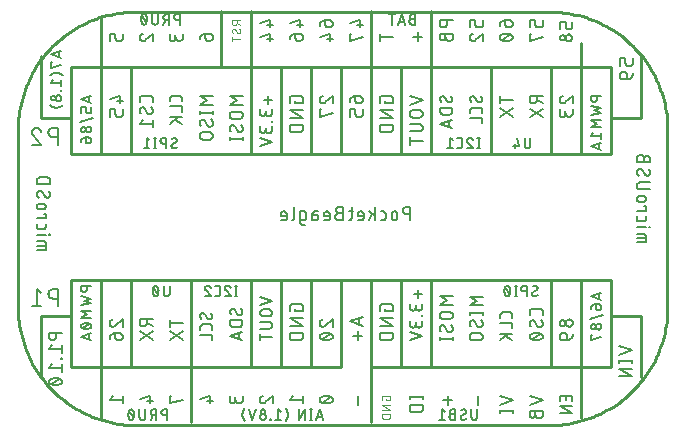
<source format=gbr>
G04 EAGLE Gerber RS-274X export*
G75*
%MOIN*%
%FSLAX34Y34*%
%LPD*%
%INSilkscreen Bottom*%
%IPPOS*%
%AMOC8*
5,1,8,0,0,1.08239X$1,22.5*%
G01*
%ADD10C,0.010000*%
%ADD11C,0.006000*%
%ADD12C,0.005000*%
%ADD13C,0.004000*%
%ADD14C,0.008000*%


D10*
X46583Y34730D02*
X60363Y34730D01*
X60487Y34728D01*
X60610Y34722D01*
X60734Y34713D01*
X60856Y34699D01*
X60979Y34682D01*
X61101Y34660D01*
X61222Y34635D01*
X61342Y34606D01*
X61461Y34574D01*
X61580Y34537D01*
X61697Y34497D01*
X61812Y34454D01*
X61927Y34406D01*
X62039Y34355D01*
X62150Y34301D01*
X62260Y34243D01*
X62367Y34182D01*
X62473Y34117D01*
X62576Y34049D01*
X62677Y33978D01*
X62776Y33904D01*
X62873Y33827D01*
X62967Y33746D01*
X63058Y33663D01*
X63147Y33577D01*
X63233Y33488D01*
X63316Y33397D01*
X63397Y33303D01*
X63474Y33206D01*
X63548Y33107D01*
X63619Y33006D01*
X63687Y32903D01*
X63752Y32797D01*
X63813Y32690D01*
X63871Y32580D01*
X63925Y32469D01*
X63976Y32357D01*
X64024Y32242D01*
X64067Y32127D01*
X64107Y32010D01*
X64144Y31891D01*
X64176Y31772D01*
X64205Y31652D01*
X64230Y31531D01*
X64252Y31409D01*
X64269Y31286D01*
X64283Y31164D01*
X64292Y31040D01*
X64298Y30917D01*
X64300Y30793D01*
X64300Y24887D01*
X64298Y24763D01*
X64292Y24640D01*
X64283Y24516D01*
X64269Y24394D01*
X64252Y24271D01*
X64230Y24149D01*
X64205Y24028D01*
X64176Y23908D01*
X64144Y23789D01*
X64107Y23670D01*
X64067Y23553D01*
X64024Y23438D01*
X63976Y23323D01*
X63925Y23211D01*
X63871Y23100D01*
X63813Y22990D01*
X63752Y22883D01*
X63687Y22777D01*
X63619Y22674D01*
X63548Y22573D01*
X63474Y22474D01*
X63397Y22377D01*
X63316Y22283D01*
X63233Y22192D01*
X63147Y22103D01*
X63058Y22017D01*
X62967Y21934D01*
X62873Y21853D01*
X62776Y21776D01*
X62677Y21702D01*
X62576Y21631D01*
X62473Y21563D01*
X62367Y21498D01*
X62260Y21437D01*
X62150Y21379D01*
X62039Y21325D01*
X61927Y21274D01*
X61812Y21226D01*
X61697Y21183D01*
X61580Y21143D01*
X61461Y21106D01*
X61342Y21074D01*
X61222Y21045D01*
X61101Y21020D01*
X60979Y20998D01*
X60856Y20981D01*
X60734Y20967D01*
X60610Y20958D01*
X60487Y20952D01*
X60363Y20950D01*
X46583Y20950D01*
X46459Y20952D01*
X46336Y20958D01*
X46212Y20967D01*
X46090Y20981D01*
X45967Y20998D01*
X45845Y21020D01*
X45724Y21045D01*
X45604Y21074D01*
X45485Y21106D01*
X45366Y21143D01*
X45249Y21183D01*
X45134Y21226D01*
X45019Y21274D01*
X44907Y21325D01*
X44796Y21379D01*
X44686Y21437D01*
X44579Y21498D01*
X44473Y21563D01*
X44370Y21631D01*
X44269Y21702D01*
X44170Y21776D01*
X44073Y21853D01*
X43979Y21934D01*
X43888Y22017D01*
X43799Y22103D01*
X43713Y22192D01*
X43630Y22283D01*
X43549Y22377D01*
X43472Y22474D01*
X43398Y22573D01*
X43327Y22674D01*
X43259Y22777D01*
X43194Y22883D01*
X43133Y22990D01*
X43075Y23100D01*
X43021Y23211D01*
X42970Y23323D01*
X42922Y23438D01*
X42879Y23553D01*
X42839Y23670D01*
X42802Y23789D01*
X42770Y23908D01*
X42741Y24028D01*
X42716Y24149D01*
X42694Y24271D01*
X42677Y24394D01*
X42663Y24516D01*
X42654Y24640D01*
X42648Y24763D01*
X42646Y24887D01*
X42646Y30793D01*
X42648Y30917D01*
X42654Y31040D01*
X42663Y31164D01*
X42677Y31286D01*
X42694Y31409D01*
X42716Y31531D01*
X42741Y31652D01*
X42770Y31772D01*
X42802Y31891D01*
X42839Y32010D01*
X42879Y32127D01*
X42922Y32242D01*
X42970Y32357D01*
X43021Y32469D01*
X43075Y32580D01*
X43133Y32690D01*
X43194Y32797D01*
X43259Y32903D01*
X43327Y33006D01*
X43398Y33107D01*
X43472Y33206D01*
X43549Y33303D01*
X43630Y33397D01*
X43713Y33488D01*
X43799Y33577D01*
X43888Y33663D01*
X43979Y33746D01*
X44073Y33827D01*
X44170Y33904D01*
X44269Y33978D01*
X44370Y34049D01*
X44473Y34117D01*
X44579Y34182D01*
X44686Y34243D01*
X44796Y34301D01*
X44907Y34355D01*
X45019Y34406D01*
X45134Y34454D01*
X45249Y34497D01*
X45366Y34537D01*
X45485Y34574D01*
X45604Y34606D01*
X45724Y34635D01*
X45845Y34660D01*
X45967Y34682D01*
X46090Y34699D01*
X46212Y34713D01*
X46336Y34722D01*
X46459Y34728D01*
X46583Y34730D01*
D11*
X55720Y28220D02*
X55720Y27780D01*
X55720Y28220D02*
X55598Y28220D01*
X55577Y28218D01*
X55556Y28213D01*
X55537Y28204D01*
X55520Y28191D01*
X55505Y28176D01*
X55492Y28159D01*
X55483Y28140D01*
X55478Y28119D01*
X55476Y28098D01*
X55478Y28077D01*
X55483Y28056D01*
X55492Y28037D01*
X55505Y28020D01*
X55520Y28005D01*
X55537Y27992D01*
X55556Y27983D01*
X55577Y27978D01*
X55598Y27976D01*
X55720Y27976D01*
X55299Y27976D02*
X55299Y27878D01*
X55299Y27976D02*
X55297Y27994D01*
X55292Y28011D01*
X55284Y28028D01*
X55273Y28042D01*
X55260Y28054D01*
X55245Y28064D01*
X55228Y28070D01*
X55210Y28074D01*
X55192Y28074D01*
X55174Y28070D01*
X55157Y28064D01*
X55142Y28054D01*
X55129Y28042D01*
X55118Y28028D01*
X55110Y28011D01*
X55105Y27994D01*
X55103Y27976D01*
X55103Y27878D01*
X55105Y27860D01*
X55110Y27843D01*
X55118Y27826D01*
X55129Y27812D01*
X55142Y27800D01*
X55157Y27790D01*
X55174Y27784D01*
X55192Y27780D01*
X55210Y27780D01*
X55228Y27784D01*
X55245Y27790D01*
X55260Y27800D01*
X55273Y27812D01*
X55284Y27826D01*
X55292Y27843D01*
X55297Y27860D01*
X55299Y27878D01*
X54835Y27780D02*
X54737Y27780D01*
X54835Y27780D02*
X54851Y27782D01*
X54867Y27787D01*
X54881Y27796D01*
X54892Y27807D01*
X54901Y27821D01*
X54906Y27837D01*
X54908Y27853D01*
X54908Y28000D01*
X54906Y28016D01*
X54901Y28032D01*
X54892Y28046D01*
X54881Y28057D01*
X54867Y28066D01*
X54851Y28071D01*
X54835Y28073D01*
X54737Y28073D01*
X54542Y28220D02*
X54542Y27780D01*
X54542Y27927D02*
X54347Y28073D01*
X54457Y27988D02*
X54347Y27780D01*
X54101Y27780D02*
X53978Y27780D01*
X54101Y27780D02*
X54117Y27782D01*
X54133Y27787D01*
X54147Y27796D01*
X54158Y27807D01*
X54167Y27821D01*
X54172Y27837D01*
X54174Y27853D01*
X54174Y27976D01*
X54172Y27994D01*
X54167Y28011D01*
X54159Y28028D01*
X54148Y28042D01*
X54135Y28054D01*
X54120Y28064D01*
X54103Y28070D01*
X54085Y28074D01*
X54067Y28074D01*
X54049Y28070D01*
X54032Y28064D01*
X54017Y28054D01*
X54004Y28042D01*
X53993Y28028D01*
X53985Y28011D01*
X53980Y27994D01*
X53978Y27976D01*
X53978Y27927D01*
X54174Y27927D01*
X53824Y28073D02*
X53677Y28073D01*
X53775Y28220D02*
X53775Y27853D01*
X53773Y27837D01*
X53768Y27821D01*
X53759Y27807D01*
X53748Y27796D01*
X53734Y27787D01*
X53718Y27782D01*
X53702Y27780D01*
X53677Y27780D01*
X53470Y28024D02*
X53348Y28024D01*
X53327Y28022D01*
X53306Y28017D01*
X53287Y28008D01*
X53270Y27995D01*
X53255Y27980D01*
X53242Y27963D01*
X53233Y27944D01*
X53228Y27923D01*
X53226Y27902D01*
X53228Y27881D01*
X53233Y27860D01*
X53242Y27841D01*
X53255Y27824D01*
X53270Y27809D01*
X53287Y27796D01*
X53306Y27787D01*
X53327Y27782D01*
X53348Y27780D01*
X53470Y27780D01*
X53470Y28220D01*
X53348Y28220D01*
X53330Y28218D01*
X53313Y28213D01*
X53296Y28205D01*
X53282Y28194D01*
X53270Y28181D01*
X53260Y28166D01*
X53254Y28149D01*
X53250Y28131D01*
X53250Y28113D01*
X53254Y28095D01*
X53260Y28078D01*
X53270Y28063D01*
X53282Y28050D01*
X53296Y28039D01*
X53313Y28031D01*
X53330Y28026D01*
X53348Y28024D01*
X52976Y27780D02*
X52853Y27780D01*
X52976Y27780D02*
X52992Y27782D01*
X53008Y27787D01*
X53022Y27796D01*
X53033Y27807D01*
X53042Y27821D01*
X53047Y27837D01*
X53049Y27853D01*
X53049Y27976D01*
X53047Y27994D01*
X53042Y28011D01*
X53034Y28028D01*
X53023Y28042D01*
X53010Y28054D01*
X52995Y28064D01*
X52978Y28070D01*
X52960Y28074D01*
X52942Y28074D01*
X52924Y28070D01*
X52907Y28064D01*
X52892Y28054D01*
X52879Y28042D01*
X52868Y28028D01*
X52860Y28011D01*
X52855Y27994D01*
X52853Y27976D01*
X52853Y27927D01*
X53049Y27927D01*
X52576Y27951D02*
X52466Y27951D01*
X52576Y27952D02*
X52594Y27950D01*
X52611Y27945D01*
X52627Y27936D01*
X52640Y27924D01*
X52650Y27909D01*
X52658Y27893D01*
X52662Y27875D01*
X52662Y27857D01*
X52658Y27839D01*
X52650Y27823D01*
X52640Y27808D01*
X52627Y27796D01*
X52611Y27787D01*
X52594Y27782D01*
X52576Y27780D01*
X52466Y27780D01*
X52466Y28000D01*
X52467Y28000D02*
X52469Y28016D01*
X52474Y28032D01*
X52483Y28046D01*
X52494Y28057D01*
X52508Y28066D01*
X52524Y28071D01*
X52540Y28073D01*
X52637Y28073D01*
X52183Y27780D02*
X52061Y27780D01*
X52183Y27780D02*
X52199Y27782D01*
X52215Y27787D01*
X52229Y27796D01*
X52240Y27807D01*
X52249Y27821D01*
X52254Y27837D01*
X52256Y27853D01*
X52257Y27853D02*
X52257Y28000D01*
X52256Y28000D02*
X52254Y28016D01*
X52249Y28032D01*
X52240Y28046D01*
X52229Y28057D01*
X52215Y28066D01*
X52199Y28071D01*
X52183Y28073D01*
X52061Y28073D01*
X52061Y27707D01*
X52062Y27707D02*
X52064Y27691D01*
X52069Y27675D01*
X52078Y27661D01*
X52089Y27650D01*
X52103Y27641D01*
X52119Y27636D01*
X52135Y27634D01*
X52135Y27633D02*
X52232Y27633D01*
X51845Y27853D02*
X51845Y28220D01*
X51845Y27853D02*
X51843Y27837D01*
X51838Y27821D01*
X51829Y27807D01*
X51818Y27796D01*
X51804Y27787D01*
X51788Y27782D01*
X51772Y27780D01*
X51536Y27780D02*
X51413Y27780D01*
X51536Y27780D02*
X51552Y27782D01*
X51568Y27787D01*
X51582Y27796D01*
X51593Y27807D01*
X51602Y27821D01*
X51607Y27837D01*
X51609Y27853D01*
X51609Y27976D01*
X51607Y27994D01*
X51602Y28011D01*
X51594Y28028D01*
X51583Y28042D01*
X51570Y28054D01*
X51555Y28064D01*
X51538Y28070D01*
X51520Y28074D01*
X51502Y28074D01*
X51484Y28070D01*
X51467Y28064D01*
X51452Y28054D01*
X51439Y28042D01*
X51428Y28028D01*
X51420Y28011D01*
X51415Y27994D01*
X51413Y27976D01*
X51413Y27927D01*
X51609Y27927D01*
X63280Y27041D02*
X63573Y27041D01*
X63573Y27261D01*
X63571Y27277D01*
X63566Y27293D01*
X63557Y27307D01*
X63546Y27318D01*
X63532Y27327D01*
X63516Y27332D01*
X63500Y27334D01*
X63500Y27335D02*
X63280Y27335D01*
X63280Y27188D02*
X63573Y27188D01*
X63573Y27548D02*
X63280Y27548D01*
X63696Y27536D02*
X63720Y27536D01*
X63720Y27560D01*
X63696Y27560D01*
X63696Y27536D01*
X63280Y27809D02*
X63280Y27907D01*
X63280Y27809D02*
X63282Y27793D01*
X63287Y27777D01*
X63296Y27763D01*
X63307Y27752D01*
X63321Y27743D01*
X63337Y27738D01*
X63353Y27736D01*
X63500Y27736D01*
X63516Y27738D01*
X63532Y27743D01*
X63546Y27752D01*
X63557Y27763D01*
X63566Y27777D01*
X63571Y27793D01*
X63573Y27809D01*
X63573Y27907D01*
X63573Y28099D02*
X63280Y28099D01*
X63573Y28099D02*
X63573Y28245D01*
X63524Y28245D01*
X63476Y28395D02*
X63378Y28395D01*
X63476Y28395D02*
X63494Y28397D01*
X63511Y28402D01*
X63528Y28410D01*
X63542Y28421D01*
X63554Y28434D01*
X63564Y28449D01*
X63570Y28466D01*
X63574Y28484D01*
X63574Y28502D01*
X63570Y28520D01*
X63564Y28537D01*
X63554Y28552D01*
X63542Y28565D01*
X63528Y28576D01*
X63511Y28584D01*
X63494Y28589D01*
X63476Y28591D01*
X63378Y28591D01*
X63360Y28589D01*
X63343Y28584D01*
X63326Y28576D01*
X63312Y28565D01*
X63300Y28552D01*
X63290Y28537D01*
X63284Y28520D01*
X63280Y28502D01*
X63280Y28484D01*
X63284Y28466D01*
X63290Y28449D01*
X63300Y28434D01*
X63312Y28421D01*
X63326Y28410D01*
X63343Y28402D01*
X63360Y28397D01*
X63378Y28395D01*
X63402Y28806D02*
X63720Y28806D01*
X63402Y28806D02*
X63381Y28808D01*
X63360Y28813D01*
X63341Y28822D01*
X63324Y28835D01*
X63309Y28850D01*
X63296Y28867D01*
X63287Y28886D01*
X63282Y28907D01*
X63280Y28928D01*
X63282Y28949D01*
X63287Y28970D01*
X63296Y28989D01*
X63309Y29006D01*
X63324Y29021D01*
X63341Y29034D01*
X63360Y29043D01*
X63381Y29048D01*
X63402Y29050D01*
X63720Y29050D01*
X63280Y29402D02*
X63281Y29419D01*
X63286Y29436D01*
X63293Y29451D01*
X63303Y29465D01*
X63315Y29477D01*
X63329Y29487D01*
X63344Y29494D01*
X63361Y29499D01*
X63378Y29500D01*
X63280Y29402D02*
X63282Y29375D01*
X63287Y29348D01*
X63296Y29322D01*
X63308Y29298D01*
X63323Y29275D01*
X63341Y29255D01*
X63622Y29268D02*
X63639Y29269D01*
X63656Y29274D01*
X63671Y29281D01*
X63685Y29291D01*
X63697Y29303D01*
X63707Y29317D01*
X63714Y29332D01*
X63719Y29349D01*
X63720Y29366D01*
X63718Y29389D01*
X63714Y29413D01*
X63707Y29435D01*
X63696Y29456D01*
X63683Y29476D01*
X63537Y29317D02*
X63547Y29303D01*
X63559Y29291D01*
X63573Y29281D01*
X63588Y29274D01*
X63605Y29269D01*
X63622Y29268D01*
X63463Y29451D02*
X63453Y29465D01*
X63441Y29477D01*
X63427Y29487D01*
X63412Y29494D01*
X63395Y29499D01*
X63378Y29500D01*
X63463Y29451D02*
X63537Y29317D01*
X63524Y29714D02*
X63524Y29836D01*
X63522Y29857D01*
X63517Y29878D01*
X63508Y29897D01*
X63495Y29914D01*
X63480Y29929D01*
X63463Y29942D01*
X63444Y29951D01*
X63423Y29956D01*
X63402Y29958D01*
X63381Y29956D01*
X63360Y29951D01*
X63341Y29942D01*
X63324Y29929D01*
X63309Y29914D01*
X63296Y29897D01*
X63287Y29878D01*
X63282Y29857D01*
X63280Y29836D01*
X63280Y29714D01*
X63720Y29714D01*
X63720Y29836D01*
X63718Y29854D01*
X63713Y29871D01*
X63705Y29888D01*
X63694Y29902D01*
X63681Y29914D01*
X63666Y29924D01*
X63649Y29930D01*
X63631Y29934D01*
X63613Y29934D01*
X63595Y29930D01*
X63578Y29924D01*
X63563Y29914D01*
X63550Y29902D01*
X63539Y29888D01*
X63531Y29871D01*
X63526Y29854D01*
X63524Y29836D01*
X43573Y26786D02*
X43280Y26786D01*
X43573Y26786D02*
X43573Y27006D01*
X43571Y27022D01*
X43566Y27038D01*
X43557Y27052D01*
X43546Y27063D01*
X43532Y27072D01*
X43516Y27077D01*
X43500Y27079D01*
X43280Y27079D01*
X43280Y26932D02*
X43573Y26932D01*
X43573Y27292D02*
X43280Y27292D01*
X43696Y27280D02*
X43720Y27280D01*
X43720Y27304D01*
X43696Y27304D01*
X43696Y27280D01*
X43280Y27553D02*
X43280Y27651D01*
X43280Y27553D02*
X43282Y27537D01*
X43287Y27521D01*
X43296Y27507D01*
X43307Y27496D01*
X43321Y27487D01*
X43337Y27482D01*
X43353Y27480D01*
X43500Y27480D01*
X43516Y27482D01*
X43532Y27487D01*
X43546Y27496D01*
X43557Y27507D01*
X43566Y27521D01*
X43571Y27537D01*
X43573Y27553D01*
X43573Y27651D01*
X43573Y27843D02*
X43280Y27843D01*
X43573Y27843D02*
X43573Y27989D01*
X43524Y27989D01*
X43476Y28139D02*
X43378Y28139D01*
X43476Y28139D02*
X43494Y28141D01*
X43511Y28146D01*
X43528Y28154D01*
X43542Y28165D01*
X43554Y28178D01*
X43564Y28193D01*
X43570Y28210D01*
X43574Y28228D01*
X43574Y28246D01*
X43570Y28264D01*
X43564Y28281D01*
X43554Y28296D01*
X43542Y28309D01*
X43528Y28320D01*
X43511Y28328D01*
X43494Y28333D01*
X43476Y28335D01*
X43378Y28335D01*
X43360Y28333D01*
X43343Y28328D01*
X43326Y28320D01*
X43312Y28309D01*
X43300Y28296D01*
X43290Y28281D01*
X43284Y28264D01*
X43280Y28246D01*
X43280Y28228D01*
X43284Y28210D01*
X43290Y28193D01*
X43300Y28178D01*
X43312Y28165D01*
X43326Y28154D01*
X43343Y28146D01*
X43360Y28141D01*
X43378Y28139D01*
X43280Y28667D02*
X43281Y28684D01*
X43286Y28701D01*
X43293Y28716D01*
X43303Y28730D01*
X43315Y28742D01*
X43329Y28752D01*
X43344Y28759D01*
X43361Y28764D01*
X43378Y28765D01*
X43280Y28667D02*
X43282Y28640D01*
X43287Y28613D01*
X43296Y28587D01*
X43308Y28563D01*
X43323Y28540D01*
X43341Y28520D01*
X43622Y28532D02*
X43639Y28533D01*
X43656Y28538D01*
X43671Y28545D01*
X43685Y28555D01*
X43697Y28567D01*
X43707Y28581D01*
X43714Y28596D01*
X43719Y28613D01*
X43720Y28630D01*
X43718Y28653D01*
X43714Y28677D01*
X43707Y28699D01*
X43696Y28720D01*
X43683Y28740D01*
X43537Y28582D02*
X43547Y28568D01*
X43559Y28556D01*
X43573Y28546D01*
X43588Y28539D01*
X43605Y28534D01*
X43622Y28533D01*
X43463Y28715D02*
X43453Y28729D01*
X43441Y28741D01*
X43427Y28751D01*
X43412Y28758D01*
X43395Y28763D01*
X43378Y28764D01*
X43463Y28716D02*
X43537Y28581D01*
X43720Y28970D02*
X43280Y28970D01*
X43720Y28970D02*
X43720Y29092D01*
X43718Y29113D01*
X43713Y29134D01*
X43704Y29153D01*
X43691Y29170D01*
X43676Y29185D01*
X43659Y29198D01*
X43640Y29207D01*
X43619Y29212D01*
X43598Y29214D01*
X43402Y29214D01*
X43381Y29212D01*
X43360Y29207D01*
X43341Y29198D01*
X43324Y29185D01*
X43309Y29170D01*
X43296Y29153D01*
X43287Y29134D01*
X43282Y29113D01*
X43280Y29092D01*
X43280Y28970D01*
D10*
X54420Y22890D02*
X55420Y22890D01*
X56420Y22890D01*
X60420Y22890D01*
X61420Y22890D01*
X53420Y22890D02*
X53420Y25790D01*
X53420Y22890D02*
X52420Y22890D01*
X51420Y22890D01*
X50420Y22890D01*
X48420Y22890D01*
X46420Y22890D01*
X45420Y22890D01*
X54420Y32890D02*
X55420Y32890D01*
X56420Y32890D01*
X58420Y32890D01*
X60420Y32890D01*
X54420Y32890D02*
X53420Y32890D01*
X52420Y32890D01*
X51420Y32890D01*
X50420Y32890D01*
X49420Y32890D01*
X46420Y32890D01*
X45420Y32890D01*
X61420Y22890D02*
X61420Y21200D01*
X54420Y21050D02*
X54420Y22890D01*
X48420Y22890D02*
X48420Y21050D01*
X45420Y21200D02*
X45420Y22890D01*
X46420Y22890D02*
X46420Y25790D01*
X48420Y25790D02*
X48420Y22890D01*
X50420Y22890D02*
X50420Y25790D01*
X54420Y25790D02*
X54420Y22890D01*
X60420Y22890D02*
X60420Y25790D01*
X60420Y29990D02*
X60420Y32890D01*
X58420Y32890D02*
X58420Y29990D01*
X56420Y29990D02*
X56420Y32890D01*
X54420Y32890D02*
X54420Y29990D01*
X56420Y32890D02*
X56420Y34740D01*
X54420Y34740D02*
X54420Y32890D01*
X45420Y32890D02*
X45420Y34540D01*
X49420Y34740D02*
X49420Y32890D01*
X50420Y32890D02*
X50420Y29990D01*
X46420Y29990D02*
X46420Y32890D01*
X52420Y25790D02*
X52420Y22890D01*
X52420Y29990D02*
X52420Y32890D01*
D12*
X52702Y21475D02*
X52818Y21125D01*
X52585Y21125D02*
X52702Y21475D01*
X52614Y21213D02*
X52789Y21213D01*
X52414Y21125D02*
X52414Y21475D01*
X52452Y21125D02*
X52375Y21125D01*
X52375Y21475D02*
X52452Y21475D01*
X52211Y21475D02*
X52211Y21125D01*
X52016Y21125D02*
X52211Y21475D01*
X52016Y21475D02*
X52016Y21125D01*
X51647Y21300D02*
X51645Y21333D01*
X51640Y21366D01*
X51632Y21398D01*
X51621Y21429D01*
X51607Y21459D01*
X51589Y21487D01*
X51569Y21514D01*
X51647Y21300D02*
X51645Y21267D01*
X51640Y21234D01*
X51632Y21202D01*
X51621Y21171D01*
X51607Y21141D01*
X51589Y21113D01*
X51569Y21086D01*
X51419Y21397D02*
X51322Y21475D01*
X51322Y21125D01*
X51419Y21125D02*
X51224Y21125D01*
X51079Y21125D02*
X51079Y21144D01*
X51060Y21144D01*
X51060Y21125D01*
X51079Y21125D01*
X50915Y21222D02*
X50913Y21240D01*
X50908Y21257D01*
X50900Y21273D01*
X50890Y21287D01*
X50876Y21299D01*
X50861Y21309D01*
X50845Y21315D01*
X50827Y21319D01*
X50809Y21319D01*
X50791Y21315D01*
X50775Y21309D01*
X50760Y21299D01*
X50746Y21287D01*
X50736Y21273D01*
X50728Y21257D01*
X50723Y21240D01*
X50721Y21222D01*
X50723Y21204D01*
X50728Y21187D01*
X50736Y21171D01*
X50746Y21157D01*
X50760Y21145D01*
X50775Y21135D01*
X50791Y21129D01*
X50809Y21125D01*
X50827Y21125D01*
X50845Y21129D01*
X50861Y21135D01*
X50876Y21145D01*
X50890Y21157D01*
X50900Y21171D01*
X50908Y21187D01*
X50913Y21204D01*
X50915Y21222D01*
X50896Y21397D02*
X50894Y21413D01*
X50889Y21429D01*
X50881Y21443D01*
X50870Y21455D01*
X50857Y21465D01*
X50842Y21471D01*
X50826Y21475D01*
X50810Y21475D01*
X50794Y21471D01*
X50779Y21465D01*
X50766Y21455D01*
X50755Y21443D01*
X50747Y21429D01*
X50742Y21413D01*
X50740Y21397D01*
X50742Y21381D01*
X50747Y21365D01*
X50755Y21351D01*
X50766Y21339D01*
X50779Y21329D01*
X50794Y21323D01*
X50810Y21319D01*
X50826Y21319D01*
X50842Y21323D01*
X50857Y21329D01*
X50870Y21339D01*
X50881Y21351D01*
X50889Y21365D01*
X50894Y21381D01*
X50896Y21397D01*
X50574Y21475D02*
X50458Y21125D01*
X50341Y21475D01*
X50132Y21300D02*
X50134Y21267D01*
X50139Y21234D01*
X50147Y21202D01*
X50158Y21171D01*
X50172Y21141D01*
X50190Y21113D01*
X50210Y21086D01*
X50132Y21300D02*
X50134Y21333D01*
X50139Y21366D01*
X50147Y21398D01*
X50158Y21429D01*
X50172Y21459D01*
X50190Y21487D01*
X50210Y21514D01*
D13*
X50065Y34436D02*
X49785Y34436D01*
X49785Y34358D01*
X49787Y34342D01*
X49792Y34326D01*
X49800Y34312D01*
X49811Y34300D01*
X49824Y34290D01*
X49839Y34284D01*
X49855Y34280D01*
X49871Y34280D01*
X49887Y34284D01*
X49902Y34290D01*
X49915Y34300D01*
X49926Y34312D01*
X49934Y34326D01*
X49939Y34342D01*
X49941Y34358D01*
X49941Y34436D01*
X49941Y34342D02*
X50065Y34280D01*
X50065Y34066D02*
X50063Y34052D01*
X50059Y34039D01*
X50051Y34027D01*
X50042Y34018D01*
X50030Y34010D01*
X50017Y34006D01*
X50003Y34004D01*
X50065Y34066D02*
X50063Y34087D01*
X50059Y34107D01*
X50051Y34126D01*
X50040Y34143D01*
X50026Y34159D01*
X49847Y34152D02*
X49833Y34150D01*
X49820Y34146D01*
X49808Y34138D01*
X49799Y34129D01*
X49791Y34117D01*
X49787Y34104D01*
X49785Y34090D01*
X49787Y34071D01*
X49791Y34053D01*
X49798Y34036D01*
X49808Y34020D01*
X49901Y34121D02*
X49894Y34131D01*
X49884Y34140D01*
X49872Y34147D01*
X49860Y34151D01*
X49847Y34152D01*
X49949Y34035D02*
X49956Y34025D01*
X49966Y34016D01*
X49978Y34009D01*
X49990Y34005D01*
X50003Y34004D01*
X49948Y34035D02*
X49902Y34121D01*
X49785Y33823D02*
X50065Y33823D01*
X49785Y33901D02*
X49785Y33745D01*
D11*
X53705Y24407D02*
X54145Y24553D01*
X54145Y24260D02*
X53705Y24407D01*
X54035Y24297D02*
X54035Y24517D01*
X53974Y24073D02*
X53974Y23780D01*
X54121Y23927D02*
X53827Y23927D01*
X52815Y24230D02*
X52796Y24232D01*
X52777Y24237D01*
X52760Y24245D01*
X52744Y24256D01*
X52731Y24269D01*
X52720Y24285D01*
X52712Y24302D01*
X52707Y24321D01*
X52705Y24340D01*
X52707Y24362D01*
X52712Y24384D01*
X52720Y24404D01*
X52732Y24423D01*
X52746Y24440D01*
X52763Y24454D01*
X52782Y24466D01*
X52803Y24474D01*
X52900Y24267D02*
X52886Y24254D01*
X52870Y24244D01*
X52853Y24236D01*
X52834Y24232D01*
X52815Y24230D01*
X52901Y24267D02*
X53145Y24474D01*
X53145Y24230D01*
X52925Y24025D02*
X52892Y24024D01*
X52859Y24019D01*
X52827Y24012D01*
X52796Y24001D01*
X52766Y23988D01*
X52766Y23987D02*
X52749Y23979D01*
X52734Y23968D01*
X52722Y23954D01*
X52713Y23938D01*
X52707Y23920D01*
X52705Y23902D01*
X52707Y23884D01*
X52713Y23866D01*
X52722Y23850D01*
X52734Y23836D01*
X52749Y23825D01*
X52766Y23817D01*
X52796Y23804D01*
X52827Y23793D01*
X52859Y23786D01*
X52892Y23781D01*
X52925Y23780D01*
X52925Y24025D02*
X52958Y24024D01*
X52991Y24019D01*
X53023Y24012D01*
X53054Y24001D01*
X53084Y23988D01*
X53084Y23987D02*
X53101Y23979D01*
X53116Y23968D01*
X53128Y23954D01*
X53137Y23938D01*
X53143Y23920D01*
X53145Y23902D01*
X53084Y23817D02*
X53054Y23804D01*
X53023Y23793D01*
X52991Y23786D01*
X52958Y23781D01*
X52925Y23780D01*
X53084Y23817D02*
X53101Y23825D01*
X53116Y23836D01*
X53128Y23850D01*
X53137Y23866D01*
X53143Y23884D01*
X53145Y23902D01*
X53047Y24000D02*
X52803Y23804D01*
X51901Y24740D02*
X51901Y24813D01*
X51901Y24740D02*
X52145Y24740D01*
X52145Y24887D01*
X52144Y24904D01*
X52139Y24921D01*
X52132Y24936D01*
X52122Y24950D01*
X52110Y24962D01*
X52096Y24972D01*
X52081Y24979D01*
X52064Y24984D01*
X52047Y24985D01*
X52047Y24984D02*
X51803Y24984D01*
X51803Y24985D02*
X51784Y24983D01*
X51765Y24978D01*
X51749Y24968D01*
X51734Y24956D01*
X51722Y24941D01*
X51712Y24925D01*
X51707Y24906D01*
X51705Y24887D01*
X51705Y24740D01*
X51705Y24504D02*
X52145Y24504D01*
X52145Y24260D02*
X51705Y24504D01*
X51705Y24260D02*
X52145Y24260D01*
X52145Y24024D02*
X51705Y24024D01*
X51705Y23902D01*
X51707Y23881D01*
X51712Y23860D01*
X51721Y23841D01*
X51734Y23824D01*
X51749Y23809D01*
X51766Y23796D01*
X51785Y23787D01*
X51806Y23782D01*
X51827Y23780D01*
X52023Y23780D01*
X52044Y23782D01*
X52065Y23787D01*
X52084Y23796D01*
X52101Y23809D01*
X52116Y23824D01*
X52129Y23841D01*
X52138Y23860D01*
X52143Y23881D01*
X52145Y23902D01*
X52145Y24024D01*
D12*
X51125Y25101D02*
X50725Y25234D01*
X50725Y24968D02*
X51125Y25101D01*
X51014Y24807D02*
X50836Y24807D01*
X50817Y24805D01*
X50798Y24800D01*
X50781Y24792D01*
X50765Y24781D01*
X50751Y24767D01*
X50740Y24752D01*
X50732Y24734D01*
X50727Y24715D01*
X50725Y24696D01*
X50727Y24677D01*
X50732Y24658D01*
X50740Y24641D01*
X50751Y24625D01*
X50765Y24611D01*
X50781Y24600D01*
X50798Y24592D01*
X50817Y24587D01*
X50836Y24585D01*
X51014Y24585D01*
X51033Y24587D01*
X51052Y24592D01*
X51070Y24600D01*
X51085Y24611D01*
X51099Y24625D01*
X51110Y24641D01*
X51118Y24658D01*
X51123Y24677D01*
X51125Y24696D01*
X51123Y24715D01*
X51118Y24734D01*
X51110Y24752D01*
X51099Y24767D01*
X51085Y24781D01*
X51070Y24792D01*
X51052Y24800D01*
X51033Y24805D01*
X51014Y24807D01*
X51014Y24389D02*
X50725Y24389D01*
X51014Y24389D02*
X51033Y24387D01*
X51052Y24382D01*
X51070Y24374D01*
X51085Y24363D01*
X51099Y24349D01*
X51110Y24334D01*
X51118Y24316D01*
X51123Y24297D01*
X51125Y24278D01*
X51123Y24259D01*
X51118Y24240D01*
X51110Y24223D01*
X51099Y24207D01*
X51085Y24193D01*
X51070Y24182D01*
X51052Y24174D01*
X51033Y24169D01*
X51014Y24167D01*
X51014Y24166D02*
X50725Y24166D01*
X50725Y23886D02*
X51125Y23886D01*
X50725Y23997D02*
X50725Y23775D01*
X50036Y24621D02*
X50053Y24623D01*
X50070Y24628D01*
X50085Y24636D01*
X50099Y24647D01*
X50110Y24661D01*
X50118Y24676D01*
X50123Y24693D01*
X50125Y24710D01*
X50123Y24735D01*
X50119Y24759D01*
X50111Y24782D01*
X50100Y24804D01*
X50086Y24825D01*
X50069Y24843D01*
X49814Y24832D02*
X49797Y24830D01*
X49780Y24825D01*
X49765Y24817D01*
X49751Y24806D01*
X49740Y24792D01*
X49732Y24777D01*
X49727Y24760D01*
X49725Y24743D01*
X49726Y24722D01*
X49731Y24700D01*
X49737Y24680D01*
X49747Y24661D01*
X49758Y24643D01*
X49892Y24788D02*
X49880Y24803D01*
X49867Y24815D01*
X49850Y24824D01*
X49833Y24830D01*
X49814Y24832D01*
X49958Y24665D02*
X49970Y24650D01*
X49983Y24638D01*
X50000Y24629D01*
X50017Y24623D01*
X50036Y24621D01*
X49958Y24665D02*
X49892Y24787D01*
X49725Y24438D02*
X50125Y24438D01*
X49725Y24438D02*
X49725Y24327D01*
X49727Y24308D01*
X49732Y24289D01*
X49740Y24272D01*
X49751Y24256D01*
X49765Y24242D01*
X49781Y24231D01*
X49798Y24223D01*
X49817Y24218D01*
X49836Y24216D01*
X50014Y24216D01*
X50033Y24218D01*
X50052Y24223D01*
X50070Y24231D01*
X50085Y24242D01*
X50099Y24256D01*
X50110Y24272D01*
X50118Y24289D01*
X50123Y24308D01*
X50125Y24327D01*
X50125Y24438D01*
X50125Y24042D02*
X49725Y23908D01*
X50125Y23775D01*
X50025Y23808D02*
X50025Y24008D01*
X49125Y24563D02*
X49123Y24546D01*
X49118Y24529D01*
X49110Y24514D01*
X49099Y24500D01*
X49085Y24489D01*
X49070Y24481D01*
X49053Y24476D01*
X49036Y24474D01*
X49125Y24563D02*
X49123Y24588D01*
X49119Y24612D01*
X49111Y24635D01*
X49100Y24657D01*
X49086Y24678D01*
X49069Y24696D01*
X48814Y24685D02*
X48797Y24683D01*
X48780Y24678D01*
X48765Y24670D01*
X48751Y24659D01*
X48740Y24645D01*
X48732Y24630D01*
X48727Y24613D01*
X48725Y24596D01*
X48726Y24575D01*
X48731Y24553D01*
X48737Y24533D01*
X48747Y24514D01*
X48758Y24496D01*
X48892Y24641D02*
X48880Y24656D01*
X48867Y24668D01*
X48850Y24677D01*
X48833Y24683D01*
X48814Y24685D01*
X48958Y24518D02*
X48970Y24503D01*
X48983Y24491D01*
X49000Y24482D01*
X49017Y24476D01*
X49036Y24474D01*
X48958Y24518D02*
X48892Y24641D01*
X49125Y24217D02*
X49125Y24128D01*
X49125Y24217D02*
X49123Y24234D01*
X49118Y24251D01*
X49110Y24266D01*
X49099Y24280D01*
X49085Y24291D01*
X49070Y24299D01*
X49053Y24304D01*
X49036Y24306D01*
X48814Y24306D01*
X48797Y24304D01*
X48780Y24299D01*
X48765Y24291D01*
X48751Y24280D01*
X48740Y24266D01*
X48732Y24251D01*
X48727Y24234D01*
X48725Y24217D01*
X48725Y24128D01*
X48725Y23953D02*
X49125Y23953D01*
X49125Y23775D01*
D11*
X48145Y24347D02*
X47705Y24347D01*
X47705Y24469D02*
X47705Y24224D01*
X47705Y23780D02*
X48145Y24073D01*
X48145Y23780D02*
X47705Y24073D01*
X47145Y24495D02*
X46705Y24495D01*
X46705Y24373D01*
X46707Y24352D01*
X46712Y24331D01*
X46721Y24312D01*
X46734Y24295D01*
X46749Y24280D01*
X46766Y24267D01*
X46785Y24258D01*
X46806Y24253D01*
X46827Y24251D01*
X46848Y24253D01*
X46869Y24258D01*
X46888Y24267D01*
X46905Y24280D01*
X46920Y24295D01*
X46933Y24312D01*
X46942Y24331D01*
X46947Y24352D01*
X46949Y24373D01*
X46949Y24495D01*
X46949Y24349D02*
X47145Y24251D01*
X47145Y24073D02*
X46705Y23780D01*
X46705Y24073D02*
X47145Y23780D01*
X45815Y24230D02*
X45796Y24232D01*
X45777Y24237D01*
X45760Y24245D01*
X45744Y24256D01*
X45731Y24269D01*
X45720Y24285D01*
X45712Y24302D01*
X45707Y24321D01*
X45705Y24340D01*
X45707Y24362D01*
X45712Y24384D01*
X45720Y24404D01*
X45732Y24423D01*
X45746Y24440D01*
X45763Y24454D01*
X45782Y24466D01*
X45803Y24474D01*
X45900Y24267D02*
X45886Y24254D01*
X45870Y24244D01*
X45853Y24236D01*
X45834Y24232D01*
X45815Y24230D01*
X45901Y24267D02*
X46145Y24474D01*
X46145Y24230D01*
X45901Y24024D02*
X45901Y23878D01*
X45900Y23878D02*
X45901Y23861D01*
X45906Y23844D01*
X45913Y23829D01*
X45923Y23815D01*
X45935Y23803D01*
X45949Y23793D01*
X45964Y23786D01*
X45981Y23781D01*
X45998Y23780D01*
X46023Y23780D01*
X46044Y23782D01*
X46065Y23787D01*
X46084Y23796D01*
X46101Y23809D01*
X46116Y23824D01*
X46129Y23841D01*
X46138Y23860D01*
X46143Y23881D01*
X46145Y23902D01*
X46143Y23923D01*
X46138Y23944D01*
X46129Y23963D01*
X46116Y23980D01*
X46101Y23995D01*
X46084Y24008D01*
X46065Y24017D01*
X46044Y24022D01*
X46023Y24024D01*
X45901Y24024D01*
X45901Y24025D02*
X45875Y24023D01*
X45850Y24018D01*
X45826Y24010D01*
X45803Y23999D01*
X45782Y23984D01*
X45762Y23968D01*
X45746Y23948D01*
X45731Y23927D01*
X45720Y23904D01*
X45712Y23880D01*
X45707Y23855D01*
X45705Y23829D01*
X54901Y24740D02*
X54901Y24813D01*
X54901Y24740D02*
X55145Y24740D01*
X55145Y24887D01*
X55144Y24904D01*
X55139Y24921D01*
X55132Y24936D01*
X55122Y24950D01*
X55110Y24962D01*
X55096Y24972D01*
X55081Y24979D01*
X55064Y24984D01*
X55047Y24985D01*
X55047Y24984D02*
X54803Y24984D01*
X54803Y24985D02*
X54784Y24983D01*
X54765Y24978D01*
X54749Y24968D01*
X54734Y24956D01*
X54722Y24941D01*
X54712Y24925D01*
X54707Y24906D01*
X54705Y24887D01*
X54705Y24740D01*
X54705Y24504D02*
X55145Y24504D01*
X55145Y24260D02*
X54705Y24504D01*
X54705Y24260D02*
X55145Y24260D01*
X55145Y24024D02*
X54705Y24024D01*
X54705Y23902D01*
X54707Y23881D01*
X54712Y23860D01*
X54721Y23841D01*
X54734Y23824D01*
X54749Y23809D01*
X54766Y23796D01*
X54785Y23787D01*
X54806Y23782D01*
X54827Y23780D01*
X55023Y23780D01*
X55044Y23782D01*
X55065Y23787D01*
X55084Y23796D01*
X55101Y23809D01*
X55116Y23824D01*
X55129Y23841D01*
X55138Y23860D01*
X55143Y23881D01*
X55145Y23902D01*
X55145Y24024D01*
D12*
X55969Y25179D02*
X55969Y25446D01*
X55836Y25312D02*
X56103Y25312D01*
X56125Y24991D02*
X56125Y24880D01*
X56123Y24861D01*
X56118Y24842D01*
X56110Y24825D01*
X56099Y24809D01*
X56085Y24795D01*
X56070Y24784D01*
X56052Y24776D01*
X56033Y24771D01*
X56014Y24769D01*
X55995Y24771D01*
X55976Y24776D01*
X55959Y24784D01*
X55943Y24795D01*
X55929Y24809D01*
X55918Y24825D01*
X55910Y24842D01*
X55905Y24861D01*
X55903Y24880D01*
X55725Y24858D02*
X55725Y24991D01*
X55725Y24858D02*
X55727Y24839D01*
X55733Y24822D01*
X55742Y24806D01*
X55754Y24792D01*
X55770Y24781D01*
X55786Y24773D01*
X55805Y24769D01*
X55823Y24769D01*
X55842Y24773D01*
X55859Y24781D01*
X55874Y24792D01*
X55886Y24806D01*
X55895Y24822D01*
X55901Y24839D01*
X55903Y24858D01*
X55903Y24947D01*
X56103Y24608D02*
X56125Y24608D01*
X56103Y24608D02*
X56103Y24586D01*
X56125Y24586D01*
X56125Y24608D01*
X56125Y24424D02*
X56125Y24313D01*
X56123Y24294D01*
X56118Y24275D01*
X56110Y24258D01*
X56099Y24242D01*
X56085Y24228D01*
X56070Y24217D01*
X56052Y24209D01*
X56033Y24204D01*
X56014Y24202D01*
X55995Y24204D01*
X55976Y24209D01*
X55959Y24217D01*
X55943Y24228D01*
X55929Y24242D01*
X55918Y24258D01*
X55910Y24275D01*
X55905Y24294D01*
X55903Y24313D01*
X55725Y24291D02*
X55725Y24424D01*
X55725Y24291D02*
X55727Y24272D01*
X55733Y24255D01*
X55742Y24239D01*
X55754Y24225D01*
X55770Y24214D01*
X55786Y24206D01*
X55805Y24202D01*
X55823Y24202D01*
X55842Y24206D01*
X55859Y24214D01*
X55874Y24225D01*
X55886Y24239D01*
X55895Y24255D01*
X55901Y24272D01*
X55903Y24291D01*
X55903Y24380D01*
X55725Y24042D02*
X56125Y23908D01*
X55725Y23775D01*
D11*
X56705Y25251D02*
X57145Y25251D01*
X56949Y25104D02*
X56705Y25251D01*
X56949Y25104D02*
X56705Y24957D01*
X57145Y24957D01*
X57023Y24731D02*
X56827Y24731D01*
X56806Y24729D01*
X56785Y24724D01*
X56766Y24715D01*
X56749Y24702D01*
X56734Y24687D01*
X56721Y24670D01*
X56712Y24651D01*
X56707Y24630D01*
X56705Y24609D01*
X56707Y24588D01*
X56712Y24567D01*
X56721Y24548D01*
X56734Y24531D01*
X56749Y24516D01*
X56766Y24503D01*
X56785Y24494D01*
X56806Y24489D01*
X56827Y24487D01*
X57023Y24487D01*
X57044Y24489D01*
X57065Y24494D01*
X57084Y24503D01*
X57101Y24516D01*
X57116Y24531D01*
X57129Y24548D01*
X57138Y24567D01*
X57143Y24588D01*
X57145Y24609D01*
X57143Y24630D01*
X57138Y24651D01*
X57129Y24670D01*
X57116Y24687D01*
X57101Y24702D01*
X57084Y24715D01*
X57065Y24724D01*
X57044Y24729D01*
X57023Y24731D01*
X57145Y24149D02*
X57144Y24132D01*
X57139Y24115D01*
X57132Y24100D01*
X57122Y24086D01*
X57110Y24074D01*
X57096Y24064D01*
X57081Y24057D01*
X57064Y24052D01*
X57047Y24051D01*
X57145Y24149D02*
X57143Y24176D01*
X57138Y24203D01*
X57129Y24229D01*
X57117Y24253D01*
X57102Y24276D01*
X57084Y24296D01*
X56803Y24284D02*
X56786Y24283D01*
X56769Y24278D01*
X56754Y24271D01*
X56740Y24261D01*
X56728Y24249D01*
X56718Y24235D01*
X56711Y24220D01*
X56706Y24203D01*
X56705Y24186D01*
X56707Y24163D01*
X56711Y24139D01*
X56718Y24117D01*
X56729Y24096D01*
X56742Y24076D01*
X56888Y24235D02*
X56878Y24249D01*
X56866Y24261D01*
X56852Y24271D01*
X56837Y24278D01*
X56820Y24283D01*
X56803Y24284D01*
X56962Y24101D02*
X56972Y24087D01*
X56984Y24075D01*
X56998Y24065D01*
X57013Y24058D01*
X57030Y24053D01*
X57047Y24052D01*
X56962Y24101D02*
X56888Y24235D01*
X56705Y23829D02*
X57145Y23829D01*
X57145Y23878D02*
X57145Y23780D01*
X56705Y23780D02*
X56705Y23878D01*
X57705Y25234D02*
X58145Y25234D01*
X57949Y25087D02*
X57705Y25234D01*
X57949Y25087D02*
X57705Y24941D01*
X58145Y24941D01*
X58145Y24682D02*
X57705Y24682D01*
X58145Y24731D02*
X58145Y24633D01*
X57705Y24633D02*
X57705Y24731D01*
X58145Y24313D02*
X58144Y24296D01*
X58139Y24279D01*
X58132Y24264D01*
X58122Y24250D01*
X58110Y24238D01*
X58096Y24228D01*
X58081Y24221D01*
X58064Y24216D01*
X58047Y24215D01*
X58145Y24313D02*
X58143Y24340D01*
X58138Y24367D01*
X58129Y24393D01*
X58117Y24417D01*
X58102Y24440D01*
X58084Y24460D01*
X57803Y24447D02*
X57786Y24446D01*
X57769Y24441D01*
X57754Y24434D01*
X57740Y24424D01*
X57728Y24412D01*
X57718Y24398D01*
X57711Y24383D01*
X57706Y24366D01*
X57705Y24349D01*
X57707Y24326D01*
X57711Y24302D01*
X57718Y24280D01*
X57729Y24259D01*
X57742Y24239D01*
X57888Y24398D02*
X57878Y24412D01*
X57866Y24424D01*
X57852Y24434D01*
X57837Y24441D01*
X57820Y24446D01*
X57803Y24447D01*
X57962Y24264D02*
X57972Y24250D01*
X57984Y24238D01*
X57998Y24228D01*
X58013Y24221D01*
X58030Y24216D01*
X58047Y24215D01*
X57962Y24264D02*
X57888Y24398D01*
X57827Y24024D02*
X58023Y24024D01*
X57827Y24024D02*
X57806Y24022D01*
X57785Y24017D01*
X57766Y24008D01*
X57749Y23995D01*
X57734Y23980D01*
X57721Y23963D01*
X57712Y23944D01*
X57707Y23923D01*
X57705Y23902D01*
X57707Y23881D01*
X57712Y23860D01*
X57721Y23841D01*
X57734Y23824D01*
X57749Y23809D01*
X57766Y23796D01*
X57785Y23787D01*
X57806Y23782D01*
X57827Y23780D01*
X58023Y23780D01*
X58044Y23782D01*
X58065Y23787D01*
X58084Y23796D01*
X58101Y23809D01*
X58116Y23824D01*
X58129Y23841D01*
X58138Y23860D01*
X58143Y23881D01*
X58145Y23902D01*
X58143Y23923D01*
X58138Y23944D01*
X58129Y23963D01*
X58116Y23980D01*
X58101Y23995D01*
X58084Y24008D01*
X58065Y24017D01*
X58044Y24022D01*
X58023Y24024D01*
D12*
X59125Y24530D02*
X59125Y24619D01*
X59123Y24636D01*
X59118Y24653D01*
X59110Y24668D01*
X59099Y24682D01*
X59085Y24693D01*
X59070Y24701D01*
X59053Y24706D01*
X59036Y24708D01*
X58814Y24708D01*
X58797Y24706D01*
X58780Y24701D01*
X58765Y24693D01*
X58751Y24682D01*
X58740Y24668D01*
X58732Y24653D01*
X58727Y24636D01*
X58725Y24619D01*
X58725Y24530D01*
X58725Y24354D02*
X59125Y24354D01*
X59125Y24177D01*
X59125Y23997D02*
X58725Y23997D01*
X58725Y23775D02*
X58969Y23997D01*
X58881Y23908D02*
X59125Y23775D01*
D11*
X60145Y24626D02*
X60145Y24723D01*
X60144Y24740D01*
X60139Y24757D01*
X60132Y24772D01*
X60122Y24786D01*
X60110Y24798D01*
X60096Y24808D01*
X60081Y24815D01*
X60064Y24820D01*
X60047Y24821D01*
X59803Y24821D01*
X59784Y24819D01*
X59765Y24814D01*
X59749Y24804D01*
X59734Y24792D01*
X59722Y24777D01*
X59712Y24761D01*
X59707Y24742D01*
X59705Y24723D01*
X59705Y24626D01*
X60047Y24215D02*
X60064Y24216D01*
X60081Y24221D01*
X60096Y24228D01*
X60110Y24238D01*
X60122Y24250D01*
X60132Y24264D01*
X60139Y24279D01*
X60144Y24296D01*
X60145Y24313D01*
X60143Y24340D01*
X60138Y24367D01*
X60129Y24393D01*
X60117Y24417D01*
X60102Y24440D01*
X60084Y24460D01*
X59803Y24447D02*
X59786Y24446D01*
X59769Y24441D01*
X59754Y24434D01*
X59740Y24424D01*
X59728Y24412D01*
X59718Y24398D01*
X59711Y24383D01*
X59706Y24366D01*
X59705Y24349D01*
X59707Y24326D01*
X59711Y24302D01*
X59718Y24280D01*
X59729Y24259D01*
X59742Y24239D01*
X59888Y24398D02*
X59878Y24412D01*
X59866Y24424D01*
X59852Y24434D01*
X59837Y24441D01*
X59820Y24446D01*
X59803Y24447D01*
X59962Y24264D02*
X59972Y24250D01*
X59984Y24238D01*
X59998Y24228D01*
X60013Y24221D01*
X60030Y24216D01*
X60047Y24215D01*
X59962Y24264D02*
X59888Y24398D01*
X59925Y24025D02*
X59892Y24024D01*
X59859Y24019D01*
X59827Y24012D01*
X59796Y24001D01*
X59766Y23988D01*
X59766Y23987D02*
X59749Y23979D01*
X59734Y23968D01*
X59722Y23954D01*
X59713Y23938D01*
X59707Y23920D01*
X59705Y23902D01*
X59707Y23884D01*
X59713Y23866D01*
X59722Y23850D01*
X59734Y23836D01*
X59749Y23825D01*
X59766Y23817D01*
X59796Y23804D01*
X59827Y23793D01*
X59859Y23786D01*
X59892Y23781D01*
X59925Y23780D01*
X59925Y24025D02*
X59958Y24024D01*
X59991Y24019D01*
X60023Y24012D01*
X60054Y24001D01*
X60084Y23988D01*
X60084Y23987D02*
X60101Y23979D01*
X60116Y23968D01*
X60128Y23954D01*
X60137Y23938D01*
X60143Y23920D01*
X60145Y23902D01*
X60084Y23817D02*
X60054Y23804D01*
X60023Y23793D01*
X59991Y23786D01*
X59958Y23781D01*
X59925Y23780D01*
X60084Y23817D02*
X60101Y23825D01*
X60116Y23836D01*
X60128Y23850D01*
X60137Y23866D01*
X60143Y23884D01*
X60145Y23902D01*
X60047Y24000D02*
X59803Y23804D01*
X61023Y24230D02*
X61002Y24232D01*
X60981Y24237D01*
X60962Y24246D01*
X60945Y24259D01*
X60930Y24274D01*
X60917Y24291D01*
X60908Y24310D01*
X60903Y24331D01*
X60901Y24352D01*
X60903Y24373D01*
X60908Y24394D01*
X60917Y24413D01*
X60930Y24430D01*
X60945Y24445D01*
X60962Y24458D01*
X60981Y24467D01*
X61002Y24472D01*
X61023Y24474D01*
X61044Y24472D01*
X61065Y24467D01*
X61084Y24458D01*
X61101Y24445D01*
X61116Y24430D01*
X61129Y24413D01*
X61138Y24394D01*
X61143Y24373D01*
X61145Y24352D01*
X61143Y24331D01*
X61138Y24310D01*
X61129Y24291D01*
X61116Y24274D01*
X61101Y24259D01*
X61084Y24246D01*
X61065Y24237D01*
X61044Y24232D01*
X61023Y24230D01*
X60803Y24254D02*
X60785Y24256D01*
X60768Y24261D01*
X60751Y24269D01*
X60737Y24280D01*
X60725Y24293D01*
X60715Y24308D01*
X60709Y24325D01*
X60705Y24343D01*
X60705Y24361D01*
X60709Y24379D01*
X60715Y24396D01*
X60725Y24411D01*
X60737Y24424D01*
X60751Y24435D01*
X60768Y24443D01*
X60785Y24448D01*
X60803Y24450D01*
X60821Y24448D01*
X60838Y24443D01*
X60855Y24435D01*
X60869Y24424D01*
X60881Y24411D01*
X60891Y24396D01*
X60897Y24379D01*
X60901Y24361D01*
X60901Y24343D01*
X60897Y24325D01*
X60891Y24308D01*
X60881Y24293D01*
X60869Y24280D01*
X60855Y24269D01*
X60838Y24261D01*
X60821Y24256D01*
X60803Y24254D01*
X60949Y23927D02*
X60949Y23780D01*
X60950Y23927D02*
X60949Y23944D01*
X60944Y23961D01*
X60937Y23976D01*
X60927Y23990D01*
X60915Y24002D01*
X60901Y24012D01*
X60886Y24019D01*
X60869Y24024D01*
X60852Y24025D01*
X60852Y24024D02*
X60827Y24024D01*
X60806Y24022D01*
X60785Y24017D01*
X60766Y24008D01*
X60749Y23995D01*
X60734Y23980D01*
X60721Y23963D01*
X60712Y23944D01*
X60707Y23923D01*
X60705Y23902D01*
X60707Y23881D01*
X60712Y23860D01*
X60721Y23841D01*
X60734Y23824D01*
X60749Y23809D01*
X60766Y23796D01*
X60785Y23787D01*
X60806Y23782D01*
X60827Y23780D01*
X60949Y23780D01*
X60975Y23782D01*
X61000Y23787D01*
X61024Y23795D01*
X61047Y23806D01*
X61068Y23821D01*
X61088Y23837D01*
X61104Y23857D01*
X61119Y23878D01*
X61130Y23901D01*
X61138Y23925D01*
X61143Y23950D01*
X61145Y23976D01*
D12*
X61750Y25240D02*
X62100Y25357D01*
X62100Y25124D02*
X61750Y25240D01*
X62013Y25153D02*
X62013Y25328D01*
X61906Y24977D02*
X61906Y24861D01*
X61905Y24861D02*
X61906Y24846D01*
X61911Y24831D01*
X61918Y24818D01*
X61928Y24806D01*
X61940Y24796D01*
X61953Y24789D01*
X61968Y24784D01*
X61983Y24783D01*
X62003Y24783D01*
X62021Y24785D01*
X62038Y24790D01*
X62054Y24798D01*
X62068Y24808D01*
X62080Y24822D01*
X62090Y24837D01*
X62096Y24853D01*
X62100Y24871D01*
X62100Y24889D01*
X62096Y24907D01*
X62090Y24923D01*
X62080Y24938D01*
X62068Y24952D01*
X62054Y24962D01*
X62038Y24970D01*
X62021Y24975D01*
X62003Y24977D01*
X61906Y24977D01*
X61906Y24978D02*
X61882Y24976D01*
X61858Y24970D01*
X61835Y24961D01*
X61814Y24948D01*
X61796Y24932D01*
X61780Y24914D01*
X61767Y24893D01*
X61758Y24870D01*
X61752Y24846D01*
X61750Y24822D01*
X61711Y24478D02*
X62139Y24634D01*
X62003Y24329D02*
X61985Y24327D01*
X61968Y24322D01*
X61952Y24314D01*
X61938Y24304D01*
X61926Y24290D01*
X61916Y24275D01*
X61910Y24259D01*
X61906Y24241D01*
X61906Y24223D01*
X61910Y24205D01*
X61916Y24189D01*
X61926Y24174D01*
X61938Y24160D01*
X61952Y24150D01*
X61968Y24142D01*
X61985Y24137D01*
X62003Y24135D01*
X62021Y24137D01*
X62038Y24142D01*
X62054Y24150D01*
X62068Y24160D01*
X62080Y24174D01*
X62090Y24189D01*
X62096Y24205D01*
X62100Y24223D01*
X62100Y24241D01*
X62096Y24259D01*
X62090Y24275D01*
X62080Y24290D01*
X62068Y24304D01*
X62054Y24314D01*
X62038Y24322D01*
X62021Y24327D01*
X62003Y24329D01*
X61828Y24310D02*
X61812Y24308D01*
X61796Y24303D01*
X61782Y24295D01*
X61770Y24284D01*
X61760Y24271D01*
X61754Y24256D01*
X61750Y24240D01*
X61750Y24224D01*
X61754Y24208D01*
X61760Y24193D01*
X61770Y24180D01*
X61782Y24169D01*
X61796Y24161D01*
X61812Y24156D01*
X61828Y24154D01*
X61844Y24156D01*
X61860Y24161D01*
X61874Y24169D01*
X61886Y24180D01*
X61896Y24193D01*
X61902Y24208D01*
X61906Y24224D01*
X61906Y24240D01*
X61902Y24256D01*
X61896Y24271D01*
X61886Y24284D01*
X61874Y24295D01*
X61860Y24303D01*
X61844Y24308D01*
X61828Y24310D01*
X61789Y23969D02*
X61750Y23969D01*
X61750Y23775D01*
X62100Y23872D01*
D11*
X51047Y34449D02*
X50705Y34352D01*
X51047Y34449D02*
X51047Y34205D01*
X50949Y34278D02*
X51145Y34278D01*
X51047Y33999D02*
X50705Y33902D01*
X51047Y33999D02*
X51047Y33755D01*
X50949Y33828D02*
X51145Y33828D01*
X51705Y34352D02*
X52047Y34449D01*
X52047Y34205D01*
X51949Y34278D02*
X52145Y34278D01*
X51901Y33999D02*
X51901Y33853D01*
X51900Y33853D02*
X51901Y33836D01*
X51906Y33819D01*
X51913Y33804D01*
X51923Y33790D01*
X51935Y33778D01*
X51949Y33768D01*
X51964Y33761D01*
X51981Y33756D01*
X51998Y33755D01*
X52023Y33755D01*
X52044Y33757D01*
X52065Y33762D01*
X52084Y33771D01*
X52101Y33784D01*
X52116Y33799D01*
X52129Y33816D01*
X52138Y33835D01*
X52143Y33856D01*
X52145Y33877D01*
X52143Y33898D01*
X52138Y33919D01*
X52129Y33938D01*
X52116Y33955D01*
X52101Y33970D01*
X52084Y33983D01*
X52065Y33992D01*
X52044Y33997D01*
X52023Y33999D01*
X51901Y33999D01*
X51901Y34000D02*
X51875Y33998D01*
X51850Y33993D01*
X51826Y33985D01*
X51803Y33974D01*
X51782Y33959D01*
X51762Y33943D01*
X51746Y33923D01*
X51731Y33902D01*
X51720Y33879D01*
X51712Y33855D01*
X51707Y33830D01*
X51705Y33804D01*
X52901Y34303D02*
X52901Y34449D01*
X52900Y34303D02*
X52901Y34286D01*
X52906Y34269D01*
X52913Y34254D01*
X52923Y34240D01*
X52935Y34228D01*
X52949Y34218D01*
X52964Y34211D01*
X52981Y34206D01*
X52998Y34205D01*
X53023Y34205D01*
X53044Y34207D01*
X53065Y34212D01*
X53084Y34221D01*
X53101Y34234D01*
X53116Y34249D01*
X53129Y34266D01*
X53138Y34285D01*
X53143Y34306D01*
X53145Y34327D01*
X53143Y34348D01*
X53138Y34369D01*
X53129Y34388D01*
X53116Y34405D01*
X53101Y34420D01*
X53084Y34433D01*
X53065Y34442D01*
X53044Y34447D01*
X53023Y34449D01*
X52901Y34449D01*
X52901Y34450D02*
X52875Y34448D01*
X52850Y34443D01*
X52826Y34435D01*
X52803Y34424D01*
X52782Y34409D01*
X52762Y34393D01*
X52746Y34373D01*
X52731Y34352D01*
X52720Y34329D01*
X52712Y34305D01*
X52707Y34280D01*
X52705Y34254D01*
X52705Y33902D02*
X53047Y33999D01*
X53047Y33755D01*
X52949Y33828D02*
X53145Y33828D01*
X53705Y34352D02*
X54047Y34449D01*
X54047Y34205D01*
X53949Y34278D02*
X54145Y34278D01*
X53754Y33999D02*
X53705Y33999D01*
X53705Y33755D01*
X54145Y33877D01*
X54705Y33877D02*
X55145Y33877D01*
X54705Y33999D02*
X54705Y33755D01*
X55974Y33755D02*
X55974Y34048D01*
X56121Y33902D02*
X55827Y33902D01*
X56705Y34449D02*
X57145Y34449D01*
X56705Y34449D02*
X56705Y34327D01*
X56707Y34306D01*
X56712Y34285D01*
X56721Y34266D01*
X56734Y34249D01*
X56749Y34234D01*
X56766Y34221D01*
X56785Y34212D01*
X56806Y34207D01*
X56827Y34205D01*
X56848Y34207D01*
X56869Y34212D01*
X56888Y34221D01*
X56905Y34234D01*
X56920Y34249D01*
X56933Y34266D01*
X56942Y34285D01*
X56947Y34306D01*
X56949Y34327D01*
X56949Y34449D01*
X56901Y33999D02*
X56901Y33877D01*
X56903Y33856D01*
X56908Y33835D01*
X56917Y33816D01*
X56930Y33799D01*
X56945Y33784D01*
X56962Y33771D01*
X56981Y33762D01*
X57002Y33757D01*
X57023Y33755D01*
X57044Y33757D01*
X57065Y33762D01*
X57084Y33771D01*
X57101Y33784D01*
X57116Y33799D01*
X57129Y33816D01*
X57138Y33835D01*
X57143Y33856D01*
X57145Y33877D01*
X57145Y33999D01*
X56705Y33999D01*
X56705Y33877D01*
X56707Y33859D01*
X56712Y33842D01*
X56720Y33825D01*
X56731Y33811D01*
X56744Y33799D01*
X56759Y33789D01*
X56776Y33783D01*
X56794Y33779D01*
X56812Y33779D01*
X56830Y33783D01*
X56847Y33789D01*
X56862Y33799D01*
X56875Y33811D01*
X56886Y33825D01*
X56894Y33842D01*
X56899Y33859D01*
X56901Y33877D01*
X58145Y34303D02*
X58145Y34449D01*
X58145Y34303D02*
X58143Y34284D01*
X58138Y34265D01*
X58128Y34249D01*
X58116Y34234D01*
X58101Y34222D01*
X58085Y34212D01*
X58066Y34207D01*
X58047Y34205D01*
X57998Y34205D01*
X57981Y34206D01*
X57964Y34211D01*
X57949Y34218D01*
X57935Y34228D01*
X57923Y34240D01*
X57913Y34254D01*
X57906Y34269D01*
X57901Y34286D01*
X57900Y34303D01*
X57901Y34303D02*
X57901Y34449D01*
X57705Y34449D01*
X57705Y34205D01*
X57705Y33865D02*
X57707Y33846D01*
X57712Y33827D01*
X57720Y33810D01*
X57731Y33794D01*
X57744Y33781D01*
X57760Y33770D01*
X57777Y33762D01*
X57796Y33757D01*
X57815Y33755D01*
X57705Y33865D02*
X57707Y33887D01*
X57712Y33909D01*
X57720Y33929D01*
X57732Y33948D01*
X57746Y33965D01*
X57763Y33979D01*
X57782Y33991D01*
X57803Y33999D01*
X57900Y33792D02*
X57886Y33779D01*
X57870Y33769D01*
X57853Y33761D01*
X57834Y33757D01*
X57815Y33755D01*
X57901Y33792D02*
X58145Y33999D01*
X58145Y33755D01*
X58901Y34303D02*
X58901Y34449D01*
X58900Y34303D02*
X58901Y34286D01*
X58906Y34269D01*
X58913Y34254D01*
X58923Y34240D01*
X58935Y34228D01*
X58949Y34218D01*
X58964Y34211D01*
X58981Y34206D01*
X58998Y34205D01*
X59023Y34205D01*
X59044Y34207D01*
X59065Y34212D01*
X59084Y34221D01*
X59101Y34234D01*
X59116Y34249D01*
X59129Y34266D01*
X59138Y34285D01*
X59143Y34306D01*
X59145Y34327D01*
X59143Y34348D01*
X59138Y34369D01*
X59129Y34388D01*
X59116Y34405D01*
X59101Y34420D01*
X59084Y34433D01*
X59065Y34442D01*
X59044Y34447D01*
X59023Y34449D01*
X58901Y34449D01*
X58901Y34450D02*
X58875Y34448D01*
X58850Y34443D01*
X58826Y34435D01*
X58803Y34424D01*
X58782Y34409D01*
X58762Y34393D01*
X58746Y34373D01*
X58731Y34352D01*
X58720Y34329D01*
X58712Y34305D01*
X58707Y34280D01*
X58705Y34254D01*
X58766Y33963D02*
X58796Y33976D01*
X58827Y33987D01*
X58859Y33994D01*
X58892Y33999D01*
X58925Y34000D01*
X58766Y33962D02*
X58749Y33954D01*
X58734Y33943D01*
X58722Y33929D01*
X58713Y33913D01*
X58707Y33895D01*
X58705Y33877D01*
X58707Y33859D01*
X58713Y33841D01*
X58722Y33825D01*
X58734Y33811D01*
X58749Y33800D01*
X58766Y33792D01*
X58796Y33779D01*
X58827Y33768D01*
X58859Y33761D01*
X58892Y33756D01*
X58925Y33755D01*
X58925Y34000D02*
X58958Y33999D01*
X58991Y33994D01*
X59023Y33987D01*
X59054Y33976D01*
X59084Y33963D01*
X59084Y33962D02*
X59101Y33954D01*
X59116Y33943D01*
X59128Y33929D01*
X59137Y33913D01*
X59143Y33895D01*
X59145Y33877D01*
X59084Y33792D02*
X59054Y33779D01*
X59023Y33768D01*
X58991Y33761D01*
X58958Y33756D01*
X58925Y33755D01*
X59084Y33792D02*
X59101Y33800D01*
X59116Y33811D01*
X59128Y33825D01*
X59137Y33841D01*
X59143Y33859D01*
X59145Y33877D01*
X59047Y33975D02*
X58803Y33779D01*
X60145Y34303D02*
X60145Y34449D01*
X60145Y34303D02*
X60143Y34284D01*
X60138Y34265D01*
X60128Y34249D01*
X60116Y34234D01*
X60101Y34222D01*
X60085Y34212D01*
X60066Y34207D01*
X60047Y34205D01*
X59998Y34205D01*
X59981Y34206D01*
X59964Y34211D01*
X59949Y34218D01*
X59935Y34228D01*
X59923Y34240D01*
X59913Y34254D01*
X59906Y34269D01*
X59901Y34286D01*
X59900Y34303D01*
X59901Y34303D02*
X59901Y34449D01*
X59705Y34449D01*
X59705Y34205D01*
X59705Y33999D02*
X59754Y33999D01*
X59705Y33999D02*
X59705Y33755D01*
X60145Y33877D01*
D12*
X61125Y34244D02*
X61125Y34377D01*
X61125Y34244D02*
X61123Y34227D01*
X61118Y34210D01*
X61110Y34195D01*
X61099Y34181D01*
X61085Y34170D01*
X61070Y34162D01*
X61053Y34157D01*
X61036Y34155D01*
X60992Y34155D01*
X60975Y34157D01*
X60958Y34162D01*
X60943Y34170D01*
X60929Y34181D01*
X60918Y34195D01*
X60910Y34210D01*
X60905Y34227D01*
X60903Y34244D01*
X60903Y34377D01*
X60725Y34377D01*
X60725Y34155D01*
X61014Y33972D02*
X60995Y33970D01*
X60976Y33965D01*
X60959Y33957D01*
X60943Y33946D01*
X60929Y33932D01*
X60918Y33917D01*
X60910Y33899D01*
X60905Y33880D01*
X60903Y33861D01*
X60905Y33842D01*
X60910Y33823D01*
X60918Y33806D01*
X60929Y33790D01*
X60943Y33776D01*
X60959Y33765D01*
X60976Y33757D01*
X60995Y33752D01*
X61014Y33750D01*
X61033Y33752D01*
X61052Y33757D01*
X61070Y33765D01*
X61085Y33776D01*
X61099Y33790D01*
X61110Y33806D01*
X61118Y33823D01*
X61123Y33842D01*
X61125Y33861D01*
X61123Y33880D01*
X61118Y33899D01*
X61110Y33917D01*
X61099Y33932D01*
X61085Y33946D01*
X61070Y33957D01*
X61052Y33965D01*
X61033Y33970D01*
X61014Y33972D01*
X60814Y33950D02*
X60795Y33948D01*
X60778Y33942D01*
X60762Y33933D01*
X60748Y33921D01*
X60737Y33906D01*
X60729Y33889D01*
X60725Y33870D01*
X60725Y33852D01*
X60729Y33833D01*
X60737Y33817D01*
X60748Y33801D01*
X60762Y33789D01*
X60778Y33780D01*
X60795Y33774D01*
X60814Y33772D01*
X60833Y33774D01*
X60850Y33780D01*
X60866Y33789D01*
X60880Y33801D01*
X60891Y33817D01*
X60899Y33833D01*
X60903Y33852D01*
X60903Y33870D01*
X60899Y33889D01*
X60891Y33906D01*
X60880Y33921D01*
X60866Y33933D01*
X60850Y33942D01*
X60833Y33948D01*
X60814Y33950D01*
D11*
X63145Y33170D02*
X63145Y33023D01*
X63143Y33004D01*
X63138Y32985D01*
X63128Y32969D01*
X63116Y32954D01*
X63101Y32942D01*
X63085Y32932D01*
X63066Y32927D01*
X63047Y32925D01*
X63047Y32926D02*
X62998Y32926D01*
X62998Y32925D02*
X62981Y32926D01*
X62964Y32931D01*
X62949Y32938D01*
X62935Y32948D01*
X62923Y32960D01*
X62913Y32974D01*
X62906Y32989D01*
X62901Y33006D01*
X62900Y33023D01*
X62901Y33023D02*
X62901Y33170D01*
X62705Y33170D01*
X62705Y32926D01*
X62949Y32622D02*
X62949Y32476D01*
X62950Y32622D02*
X62949Y32639D01*
X62944Y32656D01*
X62937Y32671D01*
X62927Y32685D01*
X62915Y32697D01*
X62901Y32707D01*
X62886Y32714D01*
X62869Y32719D01*
X62852Y32720D01*
X62827Y32720D01*
X62806Y32718D01*
X62785Y32713D01*
X62766Y32704D01*
X62749Y32691D01*
X62734Y32676D01*
X62721Y32659D01*
X62712Y32640D01*
X62707Y32619D01*
X62705Y32598D01*
X62707Y32577D01*
X62712Y32556D01*
X62721Y32537D01*
X62734Y32520D01*
X62749Y32505D01*
X62766Y32492D01*
X62785Y32483D01*
X62806Y32478D01*
X62827Y32476D01*
X62949Y32476D01*
X62949Y32475D02*
X62975Y32477D01*
X63000Y32482D01*
X63024Y32490D01*
X63047Y32501D01*
X63068Y32516D01*
X63088Y32532D01*
X63104Y32552D01*
X63119Y32573D01*
X63130Y32596D01*
X63138Y32620D01*
X63143Y32645D01*
X63145Y32671D01*
X48901Y33853D02*
X48901Y33999D01*
X48900Y33853D02*
X48901Y33836D01*
X48906Y33819D01*
X48913Y33804D01*
X48923Y33790D01*
X48935Y33778D01*
X48949Y33768D01*
X48964Y33761D01*
X48981Y33756D01*
X48998Y33755D01*
X49023Y33755D01*
X49044Y33757D01*
X49065Y33762D01*
X49084Y33771D01*
X49101Y33784D01*
X49116Y33799D01*
X49129Y33816D01*
X49138Y33835D01*
X49143Y33856D01*
X49145Y33877D01*
X49143Y33898D01*
X49138Y33919D01*
X49129Y33938D01*
X49116Y33955D01*
X49101Y33970D01*
X49084Y33983D01*
X49065Y33992D01*
X49044Y33997D01*
X49023Y33999D01*
X48901Y33999D01*
X48901Y34000D02*
X48875Y33998D01*
X48850Y33993D01*
X48826Y33985D01*
X48803Y33974D01*
X48782Y33959D01*
X48762Y33943D01*
X48746Y33923D01*
X48731Y33902D01*
X48720Y33879D01*
X48712Y33855D01*
X48707Y33830D01*
X48705Y33804D01*
X48145Y33877D02*
X48145Y33999D01*
X48145Y33877D02*
X48143Y33856D01*
X48138Y33835D01*
X48129Y33816D01*
X48116Y33799D01*
X48101Y33784D01*
X48084Y33771D01*
X48065Y33762D01*
X48044Y33757D01*
X48023Y33755D01*
X48002Y33757D01*
X47981Y33762D01*
X47962Y33771D01*
X47945Y33784D01*
X47930Y33799D01*
X47917Y33816D01*
X47908Y33835D01*
X47903Y33856D01*
X47901Y33877D01*
X47705Y33853D02*
X47705Y33999D01*
X47705Y33853D02*
X47707Y33835D01*
X47712Y33818D01*
X47720Y33801D01*
X47731Y33787D01*
X47744Y33775D01*
X47759Y33765D01*
X47776Y33759D01*
X47794Y33755D01*
X47812Y33755D01*
X47830Y33759D01*
X47847Y33765D01*
X47862Y33775D01*
X47875Y33787D01*
X47886Y33801D01*
X47894Y33818D01*
X47899Y33835D01*
X47901Y33853D01*
X47901Y33951D01*
X46815Y33755D02*
X46796Y33757D01*
X46777Y33762D01*
X46760Y33770D01*
X46744Y33781D01*
X46731Y33794D01*
X46720Y33810D01*
X46712Y33827D01*
X46707Y33846D01*
X46705Y33865D01*
X46707Y33887D01*
X46712Y33909D01*
X46720Y33929D01*
X46732Y33948D01*
X46746Y33965D01*
X46763Y33979D01*
X46782Y33991D01*
X46803Y33999D01*
X46900Y33792D02*
X46886Y33779D01*
X46870Y33769D01*
X46853Y33761D01*
X46834Y33757D01*
X46815Y33755D01*
X46901Y33792D02*
X47145Y33999D01*
X47145Y33755D01*
X46145Y33853D02*
X46145Y33999D01*
X46145Y33853D02*
X46143Y33834D01*
X46138Y33815D01*
X46128Y33799D01*
X46116Y33784D01*
X46101Y33772D01*
X46085Y33762D01*
X46066Y33757D01*
X46047Y33755D01*
X45998Y33755D01*
X45981Y33756D01*
X45964Y33761D01*
X45949Y33768D01*
X45935Y33778D01*
X45923Y33790D01*
X45913Y33804D01*
X45906Y33819D01*
X45901Y33836D01*
X45900Y33853D01*
X45901Y33853D02*
X45901Y33999D01*
X45705Y33999D01*
X45705Y33755D01*
D12*
X44100Y33425D02*
X43750Y33308D01*
X44100Y33192D01*
X44013Y33221D02*
X44013Y33396D01*
X43789Y33046D02*
X43750Y33046D01*
X43750Y32851D01*
X44100Y32948D01*
X43925Y32686D02*
X43892Y32684D01*
X43859Y32679D01*
X43827Y32671D01*
X43796Y32660D01*
X43766Y32646D01*
X43738Y32628D01*
X43711Y32608D01*
X43925Y32686D02*
X43958Y32684D01*
X43991Y32679D01*
X44023Y32671D01*
X44054Y32660D01*
X44084Y32646D01*
X44112Y32628D01*
X44139Y32608D01*
X43828Y32458D02*
X43750Y32360D01*
X44100Y32360D01*
X44100Y32263D02*
X44100Y32458D01*
X44100Y32118D02*
X44081Y32118D01*
X44081Y32099D01*
X44100Y32099D01*
X44100Y32118D01*
X44003Y31953D02*
X43985Y31951D01*
X43968Y31946D01*
X43952Y31938D01*
X43938Y31928D01*
X43926Y31914D01*
X43916Y31899D01*
X43910Y31883D01*
X43906Y31865D01*
X43906Y31847D01*
X43910Y31829D01*
X43916Y31813D01*
X43926Y31798D01*
X43938Y31784D01*
X43952Y31774D01*
X43968Y31766D01*
X43985Y31761D01*
X44003Y31759D01*
X44021Y31761D01*
X44038Y31766D01*
X44054Y31774D01*
X44068Y31784D01*
X44080Y31798D01*
X44090Y31813D01*
X44096Y31829D01*
X44100Y31847D01*
X44100Y31865D01*
X44096Y31883D01*
X44090Y31899D01*
X44080Y31914D01*
X44068Y31928D01*
X44054Y31938D01*
X44038Y31946D01*
X44021Y31951D01*
X44003Y31953D01*
X43828Y31934D02*
X43812Y31932D01*
X43796Y31927D01*
X43782Y31919D01*
X43770Y31908D01*
X43760Y31895D01*
X43754Y31880D01*
X43750Y31864D01*
X43750Y31848D01*
X43754Y31832D01*
X43760Y31817D01*
X43770Y31804D01*
X43782Y31793D01*
X43796Y31785D01*
X43812Y31780D01*
X43828Y31778D01*
X43844Y31780D01*
X43860Y31785D01*
X43874Y31793D01*
X43886Y31804D01*
X43896Y31817D01*
X43902Y31832D01*
X43906Y31848D01*
X43906Y31864D01*
X43902Y31880D01*
X43896Y31895D01*
X43886Y31908D01*
X43874Y31919D01*
X43860Y31927D01*
X43844Y31932D01*
X43828Y31934D01*
X43925Y31531D02*
X43958Y31533D01*
X43991Y31538D01*
X44023Y31546D01*
X44054Y31557D01*
X44084Y31571D01*
X44112Y31589D01*
X44139Y31609D01*
X43925Y31531D02*
X43892Y31533D01*
X43859Y31538D01*
X43827Y31546D01*
X43796Y31557D01*
X43766Y31571D01*
X43738Y31589D01*
X43711Y31609D01*
D10*
X44420Y32890D02*
X45420Y32890D01*
D12*
X61750Y31925D02*
X62100Y31925D01*
X61750Y31925D02*
X61750Y31828D01*
X61752Y31810D01*
X61757Y31793D01*
X61765Y31777D01*
X61775Y31763D01*
X61789Y31751D01*
X61804Y31741D01*
X61820Y31735D01*
X61838Y31731D01*
X61856Y31731D01*
X61874Y31735D01*
X61890Y31741D01*
X61905Y31751D01*
X61919Y31763D01*
X61929Y31777D01*
X61937Y31793D01*
X61942Y31810D01*
X61944Y31828D01*
X61944Y31925D01*
X61750Y31594D02*
X62100Y31516D01*
X61867Y31439D01*
X62100Y31361D01*
X61750Y31283D01*
X61750Y31111D02*
X62100Y31111D01*
X61944Y30995D02*
X61750Y31111D01*
X61944Y30995D02*
X61750Y30878D01*
X62100Y30878D01*
X61828Y30696D02*
X61750Y30599D01*
X62100Y30599D01*
X62100Y30696D02*
X62100Y30501D01*
X62100Y30355D02*
X61750Y30239D01*
X62100Y30122D01*
X62013Y30151D02*
X62013Y30326D01*
D11*
X60815Y31676D02*
X60796Y31678D01*
X60777Y31683D01*
X60760Y31691D01*
X60744Y31702D01*
X60731Y31715D01*
X60720Y31731D01*
X60712Y31748D01*
X60707Y31767D01*
X60705Y31786D01*
X60707Y31808D01*
X60712Y31830D01*
X60720Y31850D01*
X60732Y31869D01*
X60746Y31886D01*
X60763Y31900D01*
X60782Y31912D01*
X60803Y31920D01*
X60900Y31713D02*
X60886Y31700D01*
X60870Y31690D01*
X60853Y31682D01*
X60834Y31678D01*
X60815Y31676D01*
X60901Y31712D02*
X61145Y31920D01*
X61145Y31676D01*
X61145Y31470D02*
X61145Y31348D01*
X61143Y31327D01*
X61138Y31306D01*
X61129Y31287D01*
X61116Y31270D01*
X61101Y31255D01*
X61084Y31242D01*
X61065Y31233D01*
X61044Y31228D01*
X61023Y31226D01*
X61002Y31228D01*
X60981Y31233D01*
X60962Y31242D01*
X60945Y31255D01*
X60930Y31270D01*
X60917Y31287D01*
X60908Y31306D01*
X60903Y31327D01*
X60901Y31348D01*
X60705Y31323D02*
X60705Y31470D01*
X60705Y31323D02*
X60707Y31305D01*
X60712Y31288D01*
X60720Y31271D01*
X60731Y31257D01*
X60744Y31245D01*
X60759Y31235D01*
X60776Y31229D01*
X60794Y31225D01*
X60812Y31225D01*
X60830Y31229D01*
X60847Y31235D01*
X60862Y31245D01*
X60875Y31257D01*
X60886Y31271D01*
X60894Y31288D01*
X60899Y31305D01*
X60901Y31323D01*
X60901Y31421D01*
X60145Y31920D02*
X59705Y31920D01*
X59705Y31798D01*
X59707Y31777D01*
X59712Y31756D01*
X59721Y31737D01*
X59734Y31720D01*
X59749Y31705D01*
X59766Y31692D01*
X59785Y31683D01*
X59806Y31678D01*
X59827Y31676D01*
X59848Y31678D01*
X59869Y31683D01*
X59888Y31692D01*
X59905Y31705D01*
X59920Y31720D01*
X59933Y31737D01*
X59942Y31756D01*
X59947Y31777D01*
X59949Y31798D01*
X59949Y31920D01*
X59949Y31773D02*
X60145Y31676D01*
X60145Y31498D02*
X59705Y31205D01*
X59705Y31498D02*
X60145Y31205D01*
X59145Y31798D02*
X58705Y31798D01*
X58705Y31920D02*
X58705Y31676D01*
X58705Y31231D02*
X59145Y31524D01*
X59145Y31231D02*
X58705Y31524D01*
D12*
X58125Y31792D02*
X58123Y31775D01*
X58118Y31758D01*
X58110Y31743D01*
X58099Y31729D01*
X58085Y31718D01*
X58070Y31710D01*
X58053Y31705D01*
X58036Y31703D01*
X58125Y31792D02*
X58123Y31817D01*
X58119Y31841D01*
X58111Y31864D01*
X58100Y31886D01*
X58086Y31907D01*
X58069Y31925D01*
X57814Y31914D02*
X57797Y31912D01*
X57780Y31907D01*
X57765Y31899D01*
X57751Y31888D01*
X57740Y31874D01*
X57732Y31859D01*
X57727Y31842D01*
X57725Y31825D01*
X57726Y31804D01*
X57731Y31782D01*
X57737Y31762D01*
X57747Y31743D01*
X57758Y31725D01*
X57892Y31870D02*
X57880Y31885D01*
X57867Y31897D01*
X57850Y31906D01*
X57833Y31912D01*
X57814Y31914D01*
X57958Y31747D02*
X57970Y31732D01*
X57983Y31720D01*
X58000Y31711D01*
X58017Y31705D01*
X58036Y31703D01*
X57958Y31747D02*
X57892Y31869D01*
X58125Y31446D02*
X58125Y31357D01*
X58125Y31446D02*
X58123Y31463D01*
X58118Y31480D01*
X58110Y31495D01*
X58099Y31509D01*
X58085Y31520D01*
X58070Y31528D01*
X58053Y31533D01*
X58036Y31535D01*
X57814Y31535D01*
X57797Y31533D01*
X57780Y31528D01*
X57765Y31520D01*
X57751Y31509D01*
X57740Y31495D01*
X57732Y31480D01*
X57727Y31463D01*
X57725Y31446D01*
X57725Y31357D01*
X57725Y31182D02*
X58125Y31182D01*
X58125Y31004D01*
X57125Y31792D02*
X57123Y31775D01*
X57118Y31758D01*
X57110Y31743D01*
X57099Y31729D01*
X57085Y31718D01*
X57070Y31710D01*
X57053Y31705D01*
X57036Y31703D01*
X57125Y31792D02*
X57123Y31817D01*
X57119Y31841D01*
X57111Y31864D01*
X57100Y31886D01*
X57086Y31907D01*
X57069Y31925D01*
X56814Y31914D02*
X56797Y31912D01*
X56780Y31907D01*
X56765Y31899D01*
X56751Y31888D01*
X56740Y31874D01*
X56732Y31859D01*
X56727Y31842D01*
X56725Y31825D01*
X56726Y31804D01*
X56731Y31782D01*
X56737Y31762D01*
X56747Y31743D01*
X56758Y31725D01*
X56892Y31870D02*
X56880Y31885D01*
X56867Y31897D01*
X56850Y31906D01*
X56833Y31912D01*
X56814Y31914D01*
X56958Y31747D02*
X56970Y31732D01*
X56983Y31720D01*
X57000Y31711D01*
X57017Y31705D01*
X57036Y31703D01*
X56958Y31747D02*
X56892Y31869D01*
X56725Y31520D02*
X57125Y31520D01*
X56725Y31520D02*
X56725Y31409D01*
X56727Y31390D01*
X56732Y31371D01*
X56740Y31354D01*
X56751Y31338D01*
X56765Y31324D01*
X56781Y31313D01*
X56798Y31305D01*
X56817Y31300D01*
X56836Y31298D01*
X57014Y31298D01*
X57033Y31300D01*
X57052Y31305D01*
X57070Y31313D01*
X57085Y31324D01*
X57099Y31338D01*
X57110Y31354D01*
X57118Y31371D01*
X57123Y31390D01*
X57125Y31409D01*
X57125Y31520D01*
X57125Y31124D02*
X56725Y30990D01*
X57125Y30857D01*
X57025Y30890D02*
X57025Y31090D01*
D11*
X56145Y31773D02*
X55705Y31920D01*
X55705Y31627D02*
X56145Y31773D01*
X56023Y31446D02*
X55827Y31446D01*
X55827Y31445D02*
X55806Y31443D01*
X55785Y31438D01*
X55766Y31429D01*
X55749Y31416D01*
X55734Y31401D01*
X55721Y31384D01*
X55712Y31365D01*
X55707Y31344D01*
X55705Y31323D01*
X55707Y31302D01*
X55712Y31281D01*
X55721Y31262D01*
X55734Y31245D01*
X55749Y31230D01*
X55766Y31217D01*
X55785Y31208D01*
X55806Y31203D01*
X55827Y31201D01*
X56023Y31201D01*
X56044Y31203D01*
X56065Y31208D01*
X56084Y31217D01*
X56101Y31230D01*
X56116Y31245D01*
X56129Y31262D01*
X56138Y31281D01*
X56143Y31302D01*
X56145Y31323D01*
X56143Y31344D01*
X56138Y31365D01*
X56129Y31384D01*
X56116Y31401D01*
X56101Y31416D01*
X56084Y31429D01*
X56065Y31438D01*
X56044Y31443D01*
X56023Y31445D01*
X56023Y30981D02*
X55705Y30981D01*
X56023Y30980D02*
X56044Y30978D01*
X56065Y30973D01*
X56084Y30964D01*
X56101Y30951D01*
X56116Y30936D01*
X56129Y30919D01*
X56138Y30900D01*
X56143Y30879D01*
X56145Y30858D01*
X56143Y30837D01*
X56138Y30816D01*
X56129Y30797D01*
X56116Y30780D01*
X56101Y30765D01*
X56084Y30752D01*
X56065Y30743D01*
X56044Y30738D01*
X56023Y30736D01*
X55705Y30736D01*
X55705Y30423D02*
X56145Y30423D01*
X55705Y30546D02*
X55705Y30301D01*
X54901Y31676D02*
X54901Y31749D01*
X54901Y31676D02*
X55145Y31676D01*
X55145Y31822D01*
X55144Y31839D01*
X55139Y31856D01*
X55132Y31871D01*
X55122Y31885D01*
X55110Y31897D01*
X55096Y31907D01*
X55081Y31914D01*
X55064Y31919D01*
X55047Y31920D01*
X54803Y31920D01*
X54784Y31918D01*
X54765Y31913D01*
X54749Y31903D01*
X54734Y31891D01*
X54722Y31876D01*
X54712Y31860D01*
X54707Y31841D01*
X54705Y31822D01*
X54705Y31676D01*
X54705Y31440D02*
X55145Y31440D01*
X55145Y31196D02*
X54705Y31440D01*
X54705Y31196D02*
X55145Y31196D01*
X55145Y30960D02*
X54705Y30960D01*
X54705Y30838D01*
X54707Y30817D01*
X54712Y30796D01*
X54721Y30777D01*
X54734Y30760D01*
X54749Y30745D01*
X54766Y30732D01*
X54785Y30723D01*
X54806Y30718D01*
X54827Y30716D01*
X55023Y30716D01*
X55044Y30718D01*
X55065Y30723D01*
X55084Y30732D01*
X55101Y30745D01*
X55116Y30760D01*
X55129Y30777D01*
X55138Y30796D01*
X55143Y30817D01*
X55145Y30838D01*
X55145Y30960D01*
X53901Y31773D02*
X53901Y31920D01*
X53900Y31773D02*
X53901Y31756D01*
X53906Y31739D01*
X53913Y31724D01*
X53923Y31710D01*
X53935Y31698D01*
X53949Y31688D01*
X53964Y31681D01*
X53981Y31676D01*
X53998Y31675D01*
X53998Y31676D02*
X54023Y31676D01*
X54044Y31678D01*
X54065Y31683D01*
X54084Y31692D01*
X54101Y31705D01*
X54116Y31720D01*
X54129Y31737D01*
X54138Y31756D01*
X54143Y31777D01*
X54145Y31798D01*
X54143Y31819D01*
X54138Y31840D01*
X54129Y31859D01*
X54116Y31876D01*
X54101Y31891D01*
X54084Y31904D01*
X54065Y31913D01*
X54044Y31918D01*
X54023Y31920D01*
X53901Y31920D01*
X53875Y31918D01*
X53850Y31913D01*
X53826Y31905D01*
X53803Y31894D01*
X53782Y31879D01*
X53762Y31863D01*
X53746Y31843D01*
X53731Y31822D01*
X53720Y31799D01*
X53712Y31775D01*
X53707Y31750D01*
X53705Y31724D01*
X54145Y31470D02*
X54145Y31323D01*
X54143Y31304D01*
X54138Y31285D01*
X54128Y31269D01*
X54116Y31254D01*
X54101Y31242D01*
X54085Y31232D01*
X54066Y31227D01*
X54047Y31225D01*
X54047Y31226D02*
X53998Y31226D01*
X53998Y31225D02*
X53981Y31226D01*
X53964Y31231D01*
X53949Y31238D01*
X53935Y31248D01*
X53923Y31260D01*
X53913Y31274D01*
X53906Y31289D01*
X53901Y31306D01*
X53900Y31323D01*
X53901Y31323D02*
X53901Y31470D01*
X53705Y31470D01*
X53705Y31226D01*
X52815Y31676D02*
X52796Y31678D01*
X52777Y31683D01*
X52760Y31691D01*
X52744Y31702D01*
X52731Y31715D01*
X52720Y31731D01*
X52712Y31748D01*
X52707Y31767D01*
X52705Y31786D01*
X52707Y31808D01*
X52712Y31830D01*
X52720Y31850D01*
X52732Y31869D01*
X52746Y31886D01*
X52763Y31900D01*
X52782Y31912D01*
X52803Y31920D01*
X52900Y31713D02*
X52886Y31700D01*
X52870Y31690D01*
X52853Y31682D01*
X52834Y31678D01*
X52815Y31676D01*
X52901Y31712D02*
X53145Y31920D01*
X53145Y31676D01*
X52754Y31470D02*
X52705Y31470D01*
X52705Y31226D01*
X53145Y31348D01*
X51901Y31676D02*
X51901Y31749D01*
X51901Y31676D02*
X52145Y31676D01*
X52145Y31822D01*
X52144Y31839D01*
X52139Y31856D01*
X52132Y31871D01*
X52122Y31885D01*
X52110Y31897D01*
X52096Y31907D01*
X52081Y31914D01*
X52064Y31919D01*
X52047Y31920D01*
X51803Y31920D01*
X51784Y31918D01*
X51765Y31913D01*
X51749Y31903D01*
X51734Y31891D01*
X51722Y31876D01*
X51712Y31860D01*
X51707Y31841D01*
X51705Y31822D01*
X51705Y31676D01*
X51705Y31440D02*
X52145Y31440D01*
X52145Y31196D02*
X51705Y31440D01*
X51705Y31196D02*
X52145Y31196D01*
X52145Y30960D02*
X51705Y30960D01*
X51705Y30838D01*
X51707Y30817D01*
X51712Y30796D01*
X51721Y30777D01*
X51734Y30760D01*
X51749Y30745D01*
X51766Y30732D01*
X51785Y30723D01*
X51806Y30718D01*
X51827Y30716D01*
X52023Y30716D01*
X52044Y30718D01*
X52065Y30723D01*
X52084Y30732D01*
X52101Y30745D01*
X52116Y30760D01*
X52129Y30777D01*
X52138Y30796D01*
X52143Y30817D01*
X52145Y30838D01*
X52145Y30960D01*
D12*
X50969Y31658D02*
X50969Y31925D01*
X51103Y31792D02*
X50836Y31792D01*
X51125Y31471D02*
X51125Y31360D01*
X51123Y31341D01*
X51118Y31322D01*
X51110Y31305D01*
X51099Y31289D01*
X51085Y31275D01*
X51070Y31264D01*
X51052Y31256D01*
X51033Y31251D01*
X51014Y31249D01*
X50995Y31251D01*
X50976Y31256D01*
X50959Y31264D01*
X50943Y31275D01*
X50929Y31289D01*
X50918Y31305D01*
X50910Y31322D01*
X50905Y31341D01*
X50903Y31360D01*
X50725Y31337D02*
X50725Y31471D01*
X50725Y31337D02*
X50727Y31318D01*
X50733Y31301D01*
X50742Y31285D01*
X50754Y31271D01*
X50770Y31260D01*
X50786Y31252D01*
X50805Y31248D01*
X50823Y31248D01*
X50842Y31252D01*
X50859Y31260D01*
X50874Y31271D01*
X50886Y31285D01*
X50895Y31301D01*
X50901Y31318D01*
X50903Y31337D01*
X50903Y31426D01*
X51103Y31087D02*
X51125Y31087D01*
X51103Y31087D02*
X51103Y31065D01*
X51125Y31065D01*
X51125Y31087D01*
X51125Y30904D02*
X51125Y30793D01*
X51123Y30774D01*
X51118Y30755D01*
X51110Y30738D01*
X51099Y30722D01*
X51085Y30708D01*
X51070Y30697D01*
X51052Y30689D01*
X51033Y30684D01*
X51014Y30682D01*
X50995Y30684D01*
X50976Y30689D01*
X50959Y30697D01*
X50943Y30708D01*
X50929Y30722D01*
X50918Y30738D01*
X50910Y30755D01*
X50905Y30774D01*
X50903Y30793D01*
X50725Y30770D02*
X50725Y30904D01*
X50725Y30770D02*
X50727Y30751D01*
X50733Y30734D01*
X50742Y30718D01*
X50754Y30704D01*
X50770Y30693D01*
X50786Y30685D01*
X50805Y30681D01*
X50823Y30681D01*
X50842Y30685D01*
X50859Y30693D01*
X50874Y30704D01*
X50886Y30718D01*
X50895Y30734D01*
X50901Y30751D01*
X50903Y30770D01*
X50903Y30859D01*
X50725Y30521D02*
X51125Y30388D01*
X50725Y30254D01*
D11*
X50145Y31920D02*
X49705Y31920D01*
X49949Y31773D01*
X49705Y31627D01*
X50145Y31627D01*
X50023Y31401D02*
X49827Y31401D01*
X49827Y31400D02*
X49806Y31398D01*
X49785Y31393D01*
X49766Y31384D01*
X49749Y31371D01*
X49734Y31356D01*
X49721Y31339D01*
X49712Y31320D01*
X49707Y31299D01*
X49705Y31278D01*
X49707Y31257D01*
X49712Y31236D01*
X49721Y31217D01*
X49734Y31200D01*
X49749Y31185D01*
X49766Y31172D01*
X49785Y31163D01*
X49806Y31158D01*
X49827Y31156D01*
X50023Y31156D01*
X50044Y31158D01*
X50065Y31163D01*
X50084Y31172D01*
X50101Y31185D01*
X50116Y31200D01*
X50129Y31217D01*
X50138Y31236D01*
X50143Y31257D01*
X50145Y31278D01*
X50143Y31299D01*
X50138Y31320D01*
X50129Y31339D01*
X50116Y31356D01*
X50101Y31371D01*
X50084Y31384D01*
X50065Y31393D01*
X50044Y31398D01*
X50023Y31400D01*
X50145Y30819D02*
X50144Y30802D01*
X50139Y30785D01*
X50132Y30770D01*
X50122Y30756D01*
X50110Y30744D01*
X50096Y30734D01*
X50081Y30727D01*
X50064Y30722D01*
X50047Y30721D01*
X50145Y30819D02*
X50143Y30846D01*
X50138Y30873D01*
X50129Y30899D01*
X50117Y30923D01*
X50102Y30946D01*
X50084Y30966D01*
X49803Y30954D02*
X49786Y30953D01*
X49769Y30948D01*
X49754Y30941D01*
X49740Y30931D01*
X49728Y30919D01*
X49718Y30905D01*
X49711Y30890D01*
X49706Y30873D01*
X49705Y30856D01*
X49707Y30833D01*
X49711Y30809D01*
X49718Y30787D01*
X49729Y30766D01*
X49742Y30746D01*
X49888Y30904D02*
X49878Y30918D01*
X49866Y30930D01*
X49852Y30940D01*
X49837Y30947D01*
X49820Y30952D01*
X49803Y30953D01*
X49962Y30770D02*
X49972Y30756D01*
X49984Y30744D01*
X49998Y30734D01*
X50013Y30727D01*
X50030Y30722D01*
X50047Y30721D01*
X49962Y30770D02*
X49888Y30904D01*
X49705Y30498D02*
X50145Y30498D01*
X50145Y30547D02*
X50145Y30449D01*
X49705Y30449D02*
X49705Y30547D01*
X49145Y31920D02*
X48705Y31920D01*
X48949Y31773D01*
X48705Y31627D01*
X49145Y31627D01*
X49145Y31368D02*
X48705Y31368D01*
X49145Y31417D02*
X49145Y31319D01*
X48705Y31319D02*
X48705Y31417D01*
X49145Y30999D02*
X49144Y30982D01*
X49139Y30965D01*
X49132Y30950D01*
X49122Y30936D01*
X49110Y30924D01*
X49096Y30914D01*
X49081Y30907D01*
X49064Y30902D01*
X49047Y30901D01*
X49145Y30999D02*
X49143Y31026D01*
X49138Y31053D01*
X49129Y31079D01*
X49117Y31103D01*
X49102Y31126D01*
X49084Y31146D01*
X48803Y31134D02*
X48786Y31133D01*
X48769Y31128D01*
X48754Y31121D01*
X48740Y31111D01*
X48728Y31099D01*
X48718Y31085D01*
X48711Y31070D01*
X48706Y31053D01*
X48705Y31036D01*
X48707Y31013D01*
X48711Y30989D01*
X48718Y30967D01*
X48729Y30946D01*
X48742Y30926D01*
X48888Y31084D02*
X48878Y31098D01*
X48866Y31110D01*
X48852Y31120D01*
X48837Y31127D01*
X48820Y31132D01*
X48803Y31133D01*
X48962Y30950D02*
X48972Y30936D01*
X48984Y30924D01*
X48998Y30914D01*
X49013Y30907D01*
X49030Y30902D01*
X49047Y30901D01*
X48962Y30950D02*
X48888Y31084D01*
X48827Y30711D02*
X49023Y30711D01*
X48827Y30710D02*
X48806Y30708D01*
X48785Y30703D01*
X48766Y30694D01*
X48749Y30681D01*
X48734Y30666D01*
X48721Y30649D01*
X48712Y30630D01*
X48707Y30609D01*
X48705Y30588D01*
X48707Y30567D01*
X48712Y30546D01*
X48721Y30527D01*
X48734Y30510D01*
X48749Y30495D01*
X48766Y30482D01*
X48785Y30473D01*
X48806Y30468D01*
X48827Y30466D01*
X49023Y30466D01*
X49044Y30468D01*
X49065Y30473D01*
X49084Y30482D01*
X49101Y30495D01*
X49116Y30510D01*
X49129Y30527D01*
X49138Y30546D01*
X49143Y30567D01*
X49145Y30588D01*
X49143Y30609D01*
X49138Y30630D01*
X49129Y30649D01*
X49116Y30666D01*
X49101Y30681D01*
X49084Y30694D01*
X49065Y30703D01*
X49044Y30708D01*
X49023Y30710D01*
D12*
X48125Y31747D02*
X48125Y31836D01*
X48123Y31853D01*
X48118Y31870D01*
X48110Y31885D01*
X48099Y31899D01*
X48085Y31910D01*
X48070Y31918D01*
X48053Y31923D01*
X48036Y31925D01*
X47814Y31925D01*
X47797Y31923D01*
X47780Y31918D01*
X47765Y31910D01*
X47751Y31899D01*
X47740Y31885D01*
X47732Y31870D01*
X47727Y31853D01*
X47725Y31836D01*
X47725Y31747D01*
X47725Y31572D02*
X48125Y31572D01*
X48125Y31394D01*
X48125Y31214D02*
X47725Y31214D01*
X47725Y30992D02*
X47969Y31214D01*
X47881Y31126D02*
X48125Y30992D01*
D11*
X47145Y31724D02*
X47145Y31822D01*
X47144Y31839D01*
X47139Y31856D01*
X47132Y31871D01*
X47122Y31885D01*
X47110Y31897D01*
X47096Y31907D01*
X47081Y31914D01*
X47064Y31919D01*
X47047Y31920D01*
X46803Y31920D01*
X46784Y31918D01*
X46765Y31913D01*
X46749Y31903D01*
X46734Y31891D01*
X46722Y31876D01*
X46712Y31860D01*
X46707Y31841D01*
X46705Y31822D01*
X46705Y31724D01*
X47047Y31314D02*
X47064Y31315D01*
X47081Y31320D01*
X47096Y31327D01*
X47110Y31337D01*
X47122Y31349D01*
X47132Y31363D01*
X47139Y31378D01*
X47144Y31395D01*
X47145Y31412D01*
X47143Y31439D01*
X47138Y31466D01*
X47129Y31492D01*
X47117Y31516D01*
X47102Y31539D01*
X47084Y31559D01*
X46803Y31546D02*
X46786Y31545D01*
X46769Y31540D01*
X46754Y31533D01*
X46740Y31523D01*
X46728Y31511D01*
X46718Y31497D01*
X46711Y31482D01*
X46706Y31465D01*
X46705Y31448D01*
X46707Y31425D01*
X46711Y31401D01*
X46718Y31379D01*
X46729Y31358D01*
X46742Y31338D01*
X46888Y31497D02*
X46878Y31511D01*
X46866Y31523D01*
X46852Y31533D01*
X46837Y31540D01*
X46820Y31545D01*
X46803Y31546D01*
X46962Y31363D02*
X46972Y31349D01*
X46984Y31337D01*
X46998Y31327D01*
X47013Y31320D01*
X47030Y31315D01*
X47047Y31314D01*
X46962Y31363D02*
X46888Y31497D01*
X46803Y31123D02*
X46705Y31001D01*
X47145Y31001D01*
X47145Y31123D02*
X47145Y30879D01*
X46047Y31920D02*
X45705Y31822D01*
X46047Y31920D02*
X46047Y31676D01*
X45949Y31749D02*
X46145Y31749D01*
X46145Y31470D02*
X46145Y31323D01*
X46143Y31304D01*
X46138Y31285D01*
X46128Y31269D01*
X46116Y31254D01*
X46101Y31242D01*
X46085Y31232D01*
X46066Y31227D01*
X46047Y31225D01*
X46047Y31226D02*
X45998Y31226D01*
X45998Y31225D02*
X45981Y31226D01*
X45964Y31231D01*
X45949Y31238D01*
X45935Y31248D01*
X45923Y31260D01*
X45913Y31274D01*
X45906Y31289D01*
X45901Y31306D01*
X45900Y31323D01*
X45901Y31323D02*
X45901Y31470D01*
X45705Y31470D01*
X45705Y31226D01*
D12*
X45100Y31925D02*
X44750Y31808D01*
X45100Y31692D01*
X45013Y31721D02*
X45013Y31896D01*
X45100Y31546D02*
X45100Y31429D01*
X45098Y31412D01*
X45092Y31395D01*
X45083Y31380D01*
X45071Y31368D01*
X45056Y31359D01*
X45039Y31353D01*
X45022Y31351D01*
X44983Y31351D01*
X44968Y31352D01*
X44953Y31357D01*
X44940Y31364D01*
X44928Y31374D01*
X44918Y31386D01*
X44911Y31399D01*
X44906Y31414D01*
X44905Y31429D01*
X44906Y31429D02*
X44906Y31546D01*
X44750Y31546D01*
X44750Y31351D01*
X44711Y31047D02*
X45139Y31202D01*
X45003Y30897D02*
X44985Y30895D01*
X44968Y30890D01*
X44952Y30882D01*
X44938Y30872D01*
X44926Y30858D01*
X44916Y30843D01*
X44910Y30827D01*
X44906Y30809D01*
X44906Y30791D01*
X44910Y30773D01*
X44916Y30757D01*
X44926Y30742D01*
X44938Y30728D01*
X44952Y30718D01*
X44968Y30710D01*
X44985Y30705D01*
X45003Y30703D01*
X45021Y30705D01*
X45038Y30710D01*
X45054Y30718D01*
X45068Y30728D01*
X45080Y30742D01*
X45090Y30757D01*
X45096Y30773D01*
X45100Y30791D01*
X45100Y30809D01*
X45096Y30827D01*
X45090Y30843D01*
X45080Y30858D01*
X45068Y30872D01*
X45054Y30882D01*
X45038Y30890D01*
X45021Y30895D01*
X45003Y30897D01*
X44828Y30878D02*
X44812Y30876D01*
X44796Y30871D01*
X44782Y30863D01*
X44770Y30852D01*
X44760Y30839D01*
X44754Y30824D01*
X44750Y30808D01*
X44750Y30792D01*
X44754Y30776D01*
X44760Y30761D01*
X44770Y30748D01*
X44782Y30737D01*
X44796Y30729D01*
X44812Y30724D01*
X44828Y30722D01*
X44844Y30724D01*
X44860Y30729D01*
X44874Y30737D01*
X44886Y30748D01*
X44896Y30761D01*
X44902Y30776D01*
X44906Y30792D01*
X44906Y30808D01*
X44902Y30824D01*
X44896Y30839D01*
X44886Y30852D01*
X44874Y30863D01*
X44860Y30871D01*
X44844Y30876D01*
X44828Y30878D01*
X44906Y30538D02*
X44906Y30421D01*
X44905Y30421D02*
X44906Y30406D01*
X44911Y30391D01*
X44918Y30378D01*
X44928Y30366D01*
X44940Y30356D01*
X44953Y30349D01*
X44968Y30344D01*
X44983Y30343D01*
X45003Y30343D01*
X45021Y30345D01*
X45038Y30350D01*
X45054Y30358D01*
X45068Y30368D01*
X45080Y30382D01*
X45090Y30397D01*
X45096Y30413D01*
X45100Y30431D01*
X45100Y30449D01*
X45096Y30467D01*
X45090Y30483D01*
X45080Y30498D01*
X45068Y30512D01*
X45054Y30522D01*
X45038Y30530D01*
X45021Y30535D01*
X45003Y30537D01*
X45003Y30538D02*
X44906Y30538D01*
X44882Y30536D01*
X44858Y30530D01*
X44835Y30521D01*
X44814Y30508D01*
X44796Y30492D01*
X44780Y30474D01*
X44767Y30453D01*
X44758Y30430D01*
X44752Y30406D01*
X44750Y30382D01*
X61125Y21925D02*
X61125Y21747D01*
X61125Y21925D02*
X60725Y21925D01*
X60725Y21747D01*
X60903Y21792D02*
X60903Y21925D01*
X60725Y21575D02*
X61125Y21575D01*
X61125Y21353D02*
X60725Y21575D01*
X60725Y21353D02*
X61125Y21353D01*
D11*
X60145Y21773D02*
X59705Y21920D01*
X59705Y21627D02*
X60145Y21773D01*
X59901Y21422D02*
X59901Y21300D01*
X59903Y21279D01*
X59908Y21258D01*
X59917Y21239D01*
X59930Y21222D01*
X59945Y21207D01*
X59962Y21194D01*
X59981Y21185D01*
X60002Y21180D01*
X60023Y21178D01*
X60044Y21180D01*
X60065Y21185D01*
X60084Y21194D01*
X60101Y21207D01*
X60116Y21222D01*
X60129Y21239D01*
X60138Y21258D01*
X60143Y21279D01*
X60145Y21300D01*
X60145Y21422D01*
X59705Y21422D01*
X59705Y21300D01*
X59707Y21282D01*
X59712Y21265D01*
X59720Y21248D01*
X59731Y21234D01*
X59744Y21222D01*
X59759Y21212D01*
X59776Y21206D01*
X59794Y21202D01*
X59812Y21202D01*
X59830Y21206D01*
X59847Y21212D01*
X59862Y21222D01*
X59875Y21234D01*
X59886Y21248D01*
X59894Y21265D01*
X59899Y21282D01*
X59901Y21300D01*
X59145Y21773D02*
X58705Y21920D01*
X58705Y21627D02*
X59145Y21773D01*
X59145Y21413D02*
X58705Y21413D01*
X59145Y21462D02*
X59145Y21364D01*
X58705Y21364D02*
X58705Y21462D01*
X57974Y21627D02*
X57974Y21920D01*
X56974Y21920D02*
X56974Y21627D01*
X57121Y21773D02*
X56827Y21773D01*
X56145Y21871D02*
X55705Y21871D01*
X56145Y21920D02*
X56145Y21822D01*
X55705Y21822D02*
X55705Y21920D01*
X55705Y21618D02*
X56145Y21618D01*
X55705Y21618D02*
X55705Y21496D01*
X55707Y21475D01*
X55712Y21454D01*
X55721Y21435D01*
X55734Y21418D01*
X55749Y21403D01*
X55766Y21390D01*
X55785Y21381D01*
X55806Y21376D01*
X55827Y21374D01*
X56023Y21374D01*
X56044Y21376D01*
X56065Y21381D01*
X56084Y21390D01*
X56101Y21403D01*
X56116Y21418D01*
X56129Y21435D01*
X56138Y21454D01*
X56143Y21475D01*
X56145Y21496D01*
X56145Y21618D01*
D13*
X54909Y21774D02*
X54909Y21821D01*
X54909Y21774D02*
X55065Y21774D01*
X55065Y21868D01*
X55063Y21882D01*
X55059Y21895D01*
X55051Y21907D01*
X55042Y21916D01*
X55030Y21924D01*
X55017Y21928D01*
X55003Y21930D01*
X54847Y21930D01*
X54833Y21928D01*
X54820Y21924D01*
X54808Y21916D01*
X54799Y21907D01*
X54791Y21895D01*
X54787Y21882D01*
X54785Y21868D01*
X54785Y21774D01*
X54785Y21623D02*
X55065Y21623D01*
X55065Y21467D02*
X54785Y21623D01*
X54785Y21467D02*
X55065Y21467D01*
X55065Y21316D02*
X54785Y21316D01*
X54785Y21238D01*
X54786Y21223D01*
X54791Y21208D01*
X54798Y21195D01*
X54808Y21183D01*
X54820Y21173D01*
X54833Y21166D01*
X54848Y21161D01*
X54863Y21160D01*
X54987Y21160D01*
X55002Y21161D01*
X55017Y21166D01*
X55030Y21173D01*
X55042Y21183D01*
X55052Y21195D01*
X55059Y21208D01*
X55064Y21223D01*
X55065Y21238D01*
X55065Y21316D01*
D11*
X53974Y21627D02*
X53974Y21920D01*
X52925Y21920D02*
X52892Y21919D01*
X52859Y21914D01*
X52827Y21907D01*
X52796Y21896D01*
X52766Y21883D01*
X52749Y21875D01*
X52734Y21864D01*
X52722Y21850D01*
X52713Y21834D01*
X52707Y21816D01*
X52705Y21798D01*
X52707Y21780D01*
X52713Y21762D01*
X52722Y21746D01*
X52734Y21732D01*
X52749Y21721D01*
X52766Y21713D01*
X52766Y21712D02*
X52796Y21699D01*
X52827Y21688D01*
X52859Y21681D01*
X52892Y21676D01*
X52925Y21675D01*
X52925Y21920D02*
X52958Y21919D01*
X52991Y21914D01*
X53023Y21907D01*
X53054Y21896D01*
X53084Y21883D01*
X53101Y21875D01*
X53116Y21864D01*
X53128Y21850D01*
X53137Y21834D01*
X53143Y21816D01*
X53145Y21798D01*
X53084Y21712D02*
X53054Y21699D01*
X53023Y21688D01*
X52991Y21681D01*
X52958Y21676D01*
X52925Y21675D01*
X53084Y21713D02*
X53101Y21721D01*
X53116Y21732D01*
X53128Y21746D01*
X53137Y21762D01*
X53143Y21780D01*
X53145Y21798D01*
X53047Y21896D02*
X52803Y21700D01*
X51803Y21920D02*
X51705Y21798D01*
X52145Y21798D01*
X52145Y21920D02*
X52145Y21676D01*
X50815Y21676D02*
X50796Y21678D01*
X50777Y21683D01*
X50760Y21691D01*
X50744Y21702D01*
X50731Y21715D01*
X50720Y21731D01*
X50712Y21748D01*
X50707Y21767D01*
X50705Y21786D01*
X50707Y21808D01*
X50712Y21830D01*
X50720Y21850D01*
X50732Y21869D01*
X50746Y21886D01*
X50763Y21900D01*
X50782Y21912D01*
X50803Y21920D01*
X50900Y21713D02*
X50886Y21700D01*
X50870Y21690D01*
X50853Y21682D01*
X50834Y21678D01*
X50815Y21676D01*
X50901Y21712D02*
X51145Y21920D01*
X51145Y21676D01*
X50145Y21798D02*
X50145Y21920D01*
X50145Y21798D02*
X50143Y21777D01*
X50138Y21756D01*
X50129Y21737D01*
X50116Y21720D01*
X50101Y21705D01*
X50084Y21692D01*
X50065Y21683D01*
X50044Y21678D01*
X50023Y21676D01*
X50002Y21678D01*
X49981Y21683D01*
X49962Y21692D01*
X49945Y21705D01*
X49930Y21720D01*
X49917Y21737D01*
X49908Y21756D01*
X49903Y21777D01*
X49901Y21798D01*
X49705Y21773D02*
X49705Y21920D01*
X49705Y21773D02*
X49707Y21755D01*
X49712Y21738D01*
X49720Y21721D01*
X49731Y21707D01*
X49744Y21695D01*
X49759Y21685D01*
X49776Y21679D01*
X49794Y21675D01*
X49812Y21675D01*
X49830Y21679D01*
X49847Y21685D01*
X49862Y21695D01*
X49875Y21707D01*
X49886Y21721D01*
X49894Y21738D01*
X49899Y21755D01*
X49901Y21773D01*
X49901Y21871D01*
X49047Y21920D02*
X48705Y21822D01*
X49047Y21920D02*
X49047Y21676D01*
X48949Y21749D02*
X49145Y21749D01*
X47754Y21920D02*
X47705Y21920D01*
X47705Y21676D01*
X48145Y21798D01*
X47047Y21920D02*
X46705Y21822D01*
X47047Y21920D02*
X47047Y21676D01*
X46949Y21749D02*
X47145Y21749D01*
X45803Y21920D02*
X45705Y21798D01*
X46145Y21798D01*
X46145Y21920D02*
X46145Y21676D01*
X44120Y24031D02*
X43680Y24031D01*
X43680Y23909D01*
X43682Y23888D01*
X43687Y23867D01*
X43696Y23848D01*
X43709Y23831D01*
X43724Y23816D01*
X43741Y23803D01*
X43760Y23794D01*
X43781Y23789D01*
X43802Y23787D01*
X43823Y23789D01*
X43844Y23794D01*
X43863Y23803D01*
X43880Y23816D01*
X43895Y23831D01*
X43908Y23848D01*
X43917Y23867D01*
X43922Y23888D01*
X43924Y23909D01*
X43924Y24031D01*
X43778Y23604D02*
X43680Y23482D01*
X44120Y23482D01*
X44120Y23604D02*
X44120Y23360D01*
X44120Y23179D02*
X44096Y23179D01*
X44096Y23155D01*
X44120Y23155D01*
X44120Y23179D01*
X43778Y22974D02*
X43680Y22852D01*
X44120Y22852D01*
X44120Y22974D02*
X44120Y22730D01*
X43900Y22525D02*
X43867Y22524D01*
X43834Y22519D01*
X43802Y22512D01*
X43771Y22501D01*
X43741Y22488D01*
X43741Y22487D02*
X43724Y22479D01*
X43709Y22468D01*
X43697Y22454D01*
X43688Y22438D01*
X43682Y22420D01*
X43680Y22402D01*
X43682Y22384D01*
X43688Y22366D01*
X43697Y22350D01*
X43709Y22336D01*
X43724Y22325D01*
X43741Y22317D01*
X43771Y22304D01*
X43802Y22293D01*
X43834Y22286D01*
X43867Y22281D01*
X43900Y22280D01*
X43900Y22525D02*
X43933Y22524D01*
X43966Y22519D01*
X43998Y22512D01*
X44029Y22501D01*
X44059Y22488D01*
X44059Y22487D02*
X44076Y22479D01*
X44091Y22468D01*
X44103Y22454D01*
X44112Y22438D01*
X44118Y22420D01*
X44120Y22402D01*
X44059Y22317D02*
X44029Y22304D01*
X43998Y22293D01*
X43966Y22286D01*
X43933Y22281D01*
X43900Y22280D01*
X44059Y22317D02*
X44076Y22325D01*
X44091Y22336D01*
X44103Y22350D01*
X44112Y22366D01*
X44118Y22384D01*
X44120Y22402D01*
X44022Y22500D02*
X43778Y22304D01*
D12*
X44750Y25578D02*
X45100Y25578D01*
X44750Y25578D02*
X44750Y25481D01*
X44752Y25463D01*
X44757Y25446D01*
X44765Y25430D01*
X44775Y25416D01*
X44789Y25404D01*
X44804Y25394D01*
X44820Y25388D01*
X44838Y25384D01*
X44856Y25384D01*
X44874Y25388D01*
X44890Y25394D01*
X44905Y25404D01*
X44919Y25416D01*
X44929Y25430D01*
X44937Y25446D01*
X44942Y25463D01*
X44944Y25481D01*
X44944Y25578D01*
X44750Y25247D02*
X45100Y25169D01*
X44867Y25092D01*
X45100Y25014D01*
X44750Y24936D01*
X44750Y24764D02*
X45100Y24764D01*
X44944Y24648D02*
X44750Y24764D01*
X44944Y24648D02*
X44750Y24531D01*
X45100Y24531D01*
X44925Y24348D02*
X44892Y24346D01*
X44860Y24341D01*
X44829Y24331D01*
X44799Y24319D01*
X44799Y24320D02*
X44785Y24314D01*
X44773Y24305D01*
X44763Y24294D01*
X44756Y24281D01*
X44752Y24267D01*
X44750Y24252D01*
X44752Y24237D01*
X44756Y24223D01*
X44763Y24210D01*
X44773Y24199D01*
X44785Y24190D01*
X44799Y24184D01*
X44829Y24172D01*
X44860Y24162D01*
X44892Y24157D01*
X44925Y24155D01*
X44925Y24348D02*
X44958Y24346D01*
X44990Y24341D01*
X45021Y24331D01*
X45051Y24319D01*
X45051Y24320D02*
X45065Y24314D01*
X45077Y24305D01*
X45087Y24294D01*
X45094Y24281D01*
X45098Y24267D01*
X45100Y24252D01*
X45051Y24184D02*
X45021Y24172D01*
X44990Y24162D01*
X44958Y24157D01*
X44925Y24155D01*
X45051Y24184D02*
X45065Y24190D01*
X45077Y24199D01*
X45087Y24210D01*
X45094Y24223D01*
X45098Y24237D01*
X45100Y24252D01*
X45022Y24329D02*
X44828Y24174D01*
X44750Y23892D02*
X45100Y24008D01*
X45100Y23775D02*
X44750Y23892D01*
X45013Y23804D02*
X45013Y23979D01*
D11*
X62680Y23584D02*
X63120Y23437D01*
X62680Y23291D01*
X62680Y23077D02*
X63120Y23077D01*
X63120Y23126D02*
X63120Y23028D01*
X62680Y23028D02*
X62680Y23126D01*
X62680Y22824D02*
X63120Y22824D01*
X63120Y22580D02*
X62680Y22824D01*
X62680Y22580D02*
X63120Y22580D01*
D12*
X47621Y21475D02*
X47621Y21125D01*
X47621Y21475D02*
X47524Y21475D01*
X47506Y21473D01*
X47489Y21468D01*
X47473Y21460D01*
X47459Y21450D01*
X47447Y21436D01*
X47437Y21421D01*
X47431Y21405D01*
X47427Y21387D01*
X47427Y21369D01*
X47431Y21351D01*
X47437Y21335D01*
X47447Y21320D01*
X47459Y21306D01*
X47473Y21296D01*
X47489Y21288D01*
X47506Y21283D01*
X47524Y21281D01*
X47621Y21281D01*
X47265Y21125D02*
X47265Y21475D01*
X47167Y21475D01*
X47149Y21473D01*
X47132Y21468D01*
X47116Y21460D01*
X47102Y21450D01*
X47090Y21436D01*
X47080Y21421D01*
X47074Y21405D01*
X47070Y21387D01*
X47070Y21369D01*
X47074Y21351D01*
X47080Y21335D01*
X47090Y21320D01*
X47102Y21306D01*
X47116Y21296D01*
X47132Y21288D01*
X47149Y21283D01*
X47167Y21281D01*
X47265Y21281D01*
X47148Y21281D02*
X47070Y21125D01*
X46896Y21222D02*
X46896Y21475D01*
X46895Y21222D02*
X46893Y21204D01*
X46888Y21187D01*
X46880Y21171D01*
X46870Y21157D01*
X46856Y21145D01*
X46841Y21135D01*
X46825Y21129D01*
X46807Y21125D01*
X46789Y21125D01*
X46771Y21129D01*
X46755Y21135D01*
X46740Y21145D01*
X46726Y21157D01*
X46716Y21171D01*
X46708Y21187D01*
X46703Y21204D01*
X46701Y21222D01*
X46701Y21475D01*
X46494Y21426D02*
X46506Y21396D01*
X46516Y21365D01*
X46521Y21333D01*
X46523Y21300D01*
X46494Y21426D02*
X46488Y21440D01*
X46479Y21452D01*
X46468Y21462D01*
X46455Y21469D01*
X46441Y21473D01*
X46426Y21475D01*
X46411Y21473D01*
X46397Y21469D01*
X46384Y21462D01*
X46373Y21452D01*
X46364Y21440D01*
X46358Y21426D01*
X46359Y21426D02*
X46347Y21396D01*
X46337Y21365D01*
X46332Y21333D01*
X46330Y21300D01*
X46523Y21300D02*
X46521Y21267D01*
X46516Y21235D01*
X46506Y21204D01*
X46494Y21174D01*
X46488Y21160D01*
X46479Y21148D01*
X46468Y21138D01*
X46455Y21131D01*
X46441Y21127D01*
X46426Y21125D01*
X46359Y21174D02*
X46347Y21204D01*
X46337Y21235D01*
X46332Y21267D01*
X46330Y21300D01*
X46358Y21174D02*
X46364Y21160D01*
X46373Y21148D01*
X46384Y21138D01*
X46397Y21131D01*
X46411Y21127D01*
X46426Y21125D01*
X46504Y21203D02*
X46349Y21397D01*
X48046Y34300D02*
X48046Y34650D01*
X47949Y34650D01*
X47931Y34648D01*
X47914Y34643D01*
X47898Y34635D01*
X47884Y34625D01*
X47872Y34611D01*
X47862Y34596D01*
X47856Y34580D01*
X47852Y34562D01*
X47852Y34544D01*
X47856Y34526D01*
X47862Y34510D01*
X47872Y34495D01*
X47884Y34481D01*
X47898Y34471D01*
X47914Y34463D01*
X47931Y34458D01*
X47949Y34456D01*
X48046Y34456D01*
X47690Y34300D02*
X47690Y34650D01*
X47592Y34650D01*
X47574Y34648D01*
X47557Y34643D01*
X47541Y34635D01*
X47527Y34625D01*
X47515Y34611D01*
X47505Y34596D01*
X47499Y34580D01*
X47495Y34562D01*
X47495Y34544D01*
X47499Y34526D01*
X47505Y34510D01*
X47515Y34495D01*
X47527Y34481D01*
X47541Y34471D01*
X47557Y34463D01*
X47574Y34458D01*
X47592Y34456D01*
X47690Y34456D01*
X47573Y34456D02*
X47495Y34300D01*
X47321Y34397D02*
X47321Y34650D01*
X47320Y34397D02*
X47318Y34379D01*
X47313Y34362D01*
X47305Y34346D01*
X47295Y34332D01*
X47281Y34320D01*
X47266Y34310D01*
X47250Y34304D01*
X47232Y34300D01*
X47214Y34300D01*
X47196Y34304D01*
X47180Y34310D01*
X47165Y34320D01*
X47151Y34332D01*
X47141Y34346D01*
X47133Y34362D01*
X47128Y34379D01*
X47126Y34397D01*
X47126Y34650D01*
X46919Y34601D02*
X46931Y34571D01*
X46941Y34540D01*
X46946Y34508D01*
X46948Y34475D01*
X46919Y34601D02*
X46913Y34615D01*
X46904Y34627D01*
X46893Y34637D01*
X46880Y34644D01*
X46866Y34648D01*
X46851Y34650D01*
X46836Y34648D01*
X46822Y34644D01*
X46809Y34637D01*
X46798Y34627D01*
X46789Y34615D01*
X46783Y34601D01*
X46784Y34601D02*
X46772Y34571D01*
X46762Y34540D01*
X46757Y34508D01*
X46755Y34475D01*
X46948Y34475D02*
X46946Y34442D01*
X46941Y34410D01*
X46931Y34379D01*
X46919Y34349D01*
X46913Y34335D01*
X46904Y34323D01*
X46893Y34313D01*
X46880Y34306D01*
X46866Y34302D01*
X46851Y34300D01*
X46784Y34349D02*
X46772Y34379D01*
X46762Y34410D01*
X46757Y34442D01*
X46755Y34475D01*
X46783Y34349D02*
X46789Y34335D01*
X46798Y34323D01*
X46809Y34313D01*
X46822Y34306D01*
X46836Y34302D01*
X46851Y34300D01*
X46929Y34378D02*
X46774Y34572D01*
X55789Y34494D02*
X55886Y34494D01*
X55789Y34494D02*
X55771Y34492D01*
X55754Y34487D01*
X55738Y34479D01*
X55724Y34469D01*
X55712Y34455D01*
X55702Y34440D01*
X55696Y34424D01*
X55692Y34406D01*
X55692Y34388D01*
X55696Y34370D01*
X55702Y34354D01*
X55712Y34339D01*
X55724Y34325D01*
X55738Y34315D01*
X55754Y34307D01*
X55771Y34302D01*
X55789Y34300D01*
X55886Y34300D01*
X55886Y34650D01*
X55789Y34650D01*
X55773Y34648D01*
X55757Y34643D01*
X55743Y34635D01*
X55731Y34624D01*
X55721Y34611D01*
X55715Y34596D01*
X55711Y34580D01*
X55711Y34564D01*
X55715Y34548D01*
X55721Y34533D01*
X55731Y34520D01*
X55743Y34509D01*
X55757Y34501D01*
X55773Y34496D01*
X55789Y34494D01*
X55564Y34300D02*
X55447Y34650D01*
X55331Y34300D01*
X55360Y34388D02*
X55535Y34388D01*
X55111Y34300D02*
X55111Y34650D01*
X55014Y34650D02*
X55209Y34650D01*
D10*
X44420Y32890D02*
X44420Y31190D01*
X44420Y29990D01*
X60420Y32890D02*
X61420Y32890D01*
X62420Y32890D01*
X62420Y22890D02*
X61420Y22890D01*
X62420Y22890D02*
X62420Y24590D01*
X62420Y25790D01*
X61420Y25790D02*
X60420Y25790D01*
X61420Y25790D02*
X62420Y25790D01*
X60420Y25790D02*
X56420Y25790D01*
X56420Y22890D01*
D12*
X59790Y25328D02*
X59791Y25313D01*
X59796Y25298D01*
X59803Y25285D01*
X59813Y25273D01*
X59825Y25263D01*
X59838Y25256D01*
X59853Y25251D01*
X59868Y25250D01*
X59890Y25251D01*
X59911Y25256D01*
X59931Y25263D01*
X59950Y25272D01*
X59968Y25284D01*
X59984Y25299D01*
X59975Y25522D02*
X59974Y25537D01*
X59969Y25552D01*
X59962Y25565D01*
X59952Y25577D01*
X59940Y25587D01*
X59927Y25594D01*
X59912Y25599D01*
X59897Y25600D01*
X59874Y25598D01*
X59851Y25593D01*
X59829Y25583D01*
X59809Y25571D01*
X59936Y25454D02*
X59949Y25464D01*
X59960Y25476D01*
X59968Y25490D01*
X59973Y25506D01*
X59975Y25522D01*
X59829Y25396D02*
X59816Y25386D01*
X59805Y25374D01*
X59797Y25360D01*
X59792Y25344D01*
X59790Y25328D01*
X59829Y25396D02*
X59936Y25454D01*
X59617Y25600D02*
X59617Y25250D01*
X59617Y25600D02*
X59520Y25600D01*
X59502Y25598D01*
X59485Y25593D01*
X59469Y25585D01*
X59455Y25575D01*
X59443Y25561D01*
X59433Y25546D01*
X59427Y25530D01*
X59423Y25512D01*
X59423Y25494D01*
X59427Y25476D01*
X59433Y25460D01*
X59443Y25445D01*
X59455Y25431D01*
X59469Y25421D01*
X59485Y25413D01*
X59502Y25408D01*
X59520Y25406D01*
X59617Y25406D01*
X59251Y25250D02*
X59251Y25600D01*
X59290Y25250D02*
X59212Y25250D01*
X59212Y25600D02*
X59290Y25600D01*
X59031Y25551D02*
X59043Y25521D01*
X59053Y25490D01*
X59058Y25458D01*
X59060Y25425D01*
X59031Y25551D02*
X59025Y25565D01*
X59016Y25577D01*
X59005Y25587D01*
X58992Y25594D01*
X58978Y25598D01*
X58963Y25600D01*
X58948Y25598D01*
X58934Y25594D01*
X58921Y25587D01*
X58910Y25577D01*
X58901Y25565D01*
X58895Y25551D01*
X58883Y25521D01*
X58873Y25490D01*
X58868Y25458D01*
X58866Y25425D01*
X59060Y25425D02*
X59058Y25392D01*
X59053Y25360D01*
X59043Y25329D01*
X59031Y25299D01*
X59025Y25285D01*
X59016Y25273D01*
X59005Y25263D01*
X58992Y25256D01*
X58978Y25252D01*
X58963Y25250D01*
X58895Y25299D02*
X58883Y25329D01*
X58873Y25360D01*
X58868Y25392D01*
X58866Y25425D01*
X58895Y25299D02*
X58901Y25285D01*
X58910Y25273D01*
X58921Y25263D01*
X58934Y25256D01*
X58948Y25252D01*
X58963Y25250D01*
X59041Y25328D02*
X58885Y25522D01*
X57956Y21475D02*
X57956Y21222D01*
X57954Y21204D01*
X57949Y21187D01*
X57941Y21171D01*
X57931Y21157D01*
X57917Y21145D01*
X57902Y21135D01*
X57886Y21129D01*
X57868Y21125D01*
X57850Y21125D01*
X57832Y21129D01*
X57816Y21135D01*
X57801Y21145D01*
X57787Y21157D01*
X57777Y21171D01*
X57769Y21187D01*
X57764Y21204D01*
X57762Y21222D01*
X57762Y21475D01*
X57480Y21125D02*
X57465Y21126D01*
X57450Y21131D01*
X57437Y21138D01*
X57425Y21148D01*
X57415Y21160D01*
X57408Y21173D01*
X57403Y21188D01*
X57402Y21203D01*
X57480Y21125D02*
X57502Y21126D01*
X57523Y21131D01*
X57543Y21138D01*
X57562Y21147D01*
X57580Y21159D01*
X57596Y21174D01*
X57587Y21397D02*
X57586Y21412D01*
X57581Y21427D01*
X57574Y21440D01*
X57564Y21452D01*
X57552Y21462D01*
X57539Y21469D01*
X57524Y21474D01*
X57509Y21475D01*
X57486Y21473D01*
X57463Y21468D01*
X57441Y21458D01*
X57421Y21446D01*
X57548Y21329D02*
X57561Y21339D01*
X57572Y21351D01*
X57580Y21365D01*
X57585Y21381D01*
X57587Y21397D01*
X57441Y21271D02*
X57428Y21261D01*
X57417Y21249D01*
X57409Y21235D01*
X57404Y21219D01*
X57402Y21203D01*
X57441Y21271D02*
X57548Y21329D01*
X57229Y21319D02*
X57132Y21319D01*
X57114Y21317D01*
X57097Y21312D01*
X57081Y21304D01*
X57067Y21294D01*
X57055Y21280D01*
X57045Y21265D01*
X57039Y21249D01*
X57035Y21231D01*
X57035Y21213D01*
X57039Y21195D01*
X57045Y21179D01*
X57055Y21164D01*
X57067Y21150D01*
X57081Y21140D01*
X57097Y21132D01*
X57114Y21127D01*
X57132Y21125D01*
X57229Y21125D01*
X57229Y21475D01*
X57132Y21475D01*
X57116Y21473D01*
X57100Y21468D01*
X57086Y21460D01*
X57074Y21449D01*
X57064Y21436D01*
X57058Y21421D01*
X57054Y21405D01*
X57054Y21389D01*
X57058Y21373D01*
X57064Y21358D01*
X57074Y21345D01*
X57086Y21334D01*
X57100Y21326D01*
X57116Y21321D01*
X57132Y21319D01*
X56888Y21397D02*
X56791Y21475D01*
X56791Y21125D01*
X56888Y21125D02*
X56694Y21125D01*
D10*
X55420Y25790D02*
X54420Y25790D01*
X55420Y25790D02*
X56420Y25790D01*
X54420Y25790D02*
X53420Y25790D01*
X52420Y25790D01*
X51420Y25790D01*
X50420Y25790D01*
X48420Y25790D01*
X46420Y25790D01*
X45420Y25790D01*
X44420Y25790D01*
X44420Y24590D02*
X44420Y22890D01*
X44420Y24590D02*
X44420Y25790D01*
X44420Y22890D02*
X45420Y22890D01*
X45420Y25790D01*
X44420Y24590D02*
X43420Y24590D01*
X43420Y22540D01*
D12*
X49928Y25250D02*
X49928Y25600D01*
X49967Y25250D02*
X49889Y25250D01*
X49889Y25600D02*
X49967Y25600D01*
X49630Y25601D02*
X49613Y25599D01*
X49596Y25594D01*
X49581Y25586D01*
X49568Y25575D01*
X49557Y25562D01*
X49549Y25547D01*
X49544Y25530D01*
X49542Y25513D01*
X49630Y25600D02*
X49650Y25598D01*
X49669Y25593D01*
X49687Y25584D01*
X49704Y25572D01*
X49718Y25558D01*
X49729Y25541D01*
X49737Y25523D01*
X49572Y25445D02*
X49560Y25459D01*
X49551Y25476D01*
X49545Y25494D01*
X49543Y25513D01*
X49572Y25444D02*
X49737Y25250D01*
X49543Y25250D01*
X49301Y25250D02*
X49223Y25250D01*
X49301Y25250D02*
X49316Y25251D01*
X49331Y25256D01*
X49344Y25263D01*
X49356Y25273D01*
X49366Y25285D01*
X49373Y25298D01*
X49378Y25313D01*
X49379Y25328D01*
X49379Y25522D01*
X49377Y25539D01*
X49371Y25556D01*
X49362Y25571D01*
X49350Y25583D01*
X49335Y25592D01*
X49318Y25598D01*
X49301Y25600D01*
X49223Y25600D01*
X48970Y25601D02*
X48953Y25599D01*
X48936Y25594D01*
X48921Y25586D01*
X48908Y25575D01*
X48897Y25562D01*
X48889Y25547D01*
X48884Y25530D01*
X48882Y25513D01*
X48970Y25600D02*
X48990Y25598D01*
X49009Y25593D01*
X49027Y25584D01*
X49044Y25572D01*
X49058Y25558D01*
X49069Y25541D01*
X49077Y25523D01*
X48912Y25445D02*
X48900Y25459D01*
X48891Y25476D01*
X48885Y25494D01*
X48883Y25513D01*
X48912Y25444D02*
X49077Y25250D01*
X48883Y25250D01*
D10*
X62420Y24590D02*
X63420Y24590D01*
X63420Y22540D01*
D12*
X47843Y30175D02*
X47828Y30176D01*
X47813Y30181D01*
X47800Y30188D01*
X47788Y30198D01*
X47778Y30210D01*
X47771Y30223D01*
X47766Y30238D01*
X47765Y30253D01*
X47843Y30175D02*
X47865Y30176D01*
X47886Y30181D01*
X47906Y30188D01*
X47925Y30197D01*
X47943Y30209D01*
X47959Y30224D01*
X47950Y30447D02*
X47949Y30462D01*
X47944Y30477D01*
X47937Y30490D01*
X47927Y30502D01*
X47915Y30512D01*
X47902Y30519D01*
X47887Y30524D01*
X47872Y30525D01*
X47849Y30523D01*
X47826Y30518D01*
X47804Y30508D01*
X47784Y30496D01*
X47911Y30379D02*
X47924Y30389D01*
X47935Y30401D01*
X47943Y30415D01*
X47948Y30431D01*
X47950Y30447D01*
X47804Y30321D02*
X47791Y30311D01*
X47780Y30299D01*
X47772Y30285D01*
X47767Y30269D01*
X47765Y30253D01*
X47804Y30321D02*
X47911Y30379D01*
X47592Y30525D02*
X47592Y30175D01*
X47592Y30525D02*
X47495Y30525D01*
X47477Y30523D01*
X47460Y30518D01*
X47444Y30510D01*
X47430Y30500D01*
X47418Y30486D01*
X47408Y30471D01*
X47402Y30455D01*
X47398Y30437D01*
X47398Y30419D01*
X47402Y30401D01*
X47408Y30385D01*
X47418Y30370D01*
X47430Y30356D01*
X47444Y30346D01*
X47460Y30338D01*
X47477Y30333D01*
X47495Y30331D01*
X47592Y30331D01*
X47226Y30175D02*
X47226Y30525D01*
X47265Y30175D02*
X47187Y30175D01*
X47187Y30525D02*
X47265Y30525D01*
X47035Y30447D02*
X46938Y30525D01*
X46938Y30175D01*
X47035Y30175D02*
X46841Y30175D01*
D10*
X46420Y29990D02*
X50420Y29990D01*
X46420Y29990D02*
X45420Y29990D01*
X44420Y29990D01*
X51420Y29990D02*
X52420Y29990D01*
X51420Y29990D02*
X50420Y29990D01*
X53420Y29990D02*
X54420Y29990D01*
X53420Y29990D02*
X52420Y29990D01*
X55420Y29990D02*
X56420Y29990D01*
X55420Y29990D02*
X54420Y29990D01*
X56420Y29990D02*
X58420Y29990D01*
X60420Y29990D01*
X61420Y29990D02*
X62420Y29990D01*
X61420Y29990D02*
X60420Y29990D01*
X62420Y31190D02*
X62420Y32890D01*
X62420Y31190D02*
X62420Y29990D01*
X62420Y31190D02*
X63420Y31190D01*
X63420Y33240D01*
X50420Y32890D02*
X50420Y34740D01*
X61420Y25790D02*
X61420Y22890D01*
X45420Y29990D02*
X45420Y32890D01*
X51420Y32890D02*
X51420Y29990D01*
X53420Y29990D02*
X53420Y32890D01*
X55420Y32890D02*
X55420Y29990D01*
X61420Y29990D02*
X61420Y32890D01*
X44420Y31190D02*
X43420Y31190D01*
X43420Y33240D01*
D12*
X58003Y30525D02*
X58003Y30175D01*
X58042Y30175D02*
X57964Y30175D01*
X57964Y30525D02*
X58042Y30525D01*
X57705Y30526D02*
X57688Y30524D01*
X57671Y30519D01*
X57656Y30511D01*
X57643Y30500D01*
X57632Y30487D01*
X57624Y30472D01*
X57619Y30455D01*
X57617Y30438D01*
X57705Y30525D02*
X57725Y30523D01*
X57744Y30518D01*
X57762Y30509D01*
X57779Y30497D01*
X57793Y30483D01*
X57804Y30466D01*
X57812Y30448D01*
X57647Y30370D02*
X57635Y30384D01*
X57626Y30401D01*
X57620Y30419D01*
X57618Y30438D01*
X57647Y30369D02*
X57812Y30175D01*
X57618Y30175D01*
X57376Y30175D02*
X57298Y30175D01*
X57376Y30175D02*
X57391Y30176D01*
X57406Y30181D01*
X57419Y30188D01*
X57431Y30198D01*
X57441Y30210D01*
X57448Y30223D01*
X57453Y30238D01*
X57454Y30253D01*
X57454Y30447D01*
X57452Y30464D01*
X57446Y30481D01*
X57437Y30496D01*
X57425Y30508D01*
X57410Y30517D01*
X57393Y30523D01*
X57376Y30525D01*
X57298Y30525D01*
X57152Y30447D02*
X57055Y30525D01*
X57055Y30175D01*
X57152Y30175D02*
X56958Y30175D01*
X59733Y30272D02*
X59733Y30525D01*
X59733Y30272D02*
X59731Y30254D01*
X59726Y30237D01*
X59718Y30221D01*
X59708Y30207D01*
X59694Y30195D01*
X59679Y30185D01*
X59663Y30179D01*
X59645Y30175D01*
X59627Y30175D01*
X59609Y30179D01*
X59593Y30185D01*
X59578Y30195D01*
X59564Y30207D01*
X59554Y30221D01*
X59546Y30237D01*
X59541Y30254D01*
X59539Y30272D01*
X59539Y30525D01*
X59283Y30525D02*
X59361Y30253D01*
X59167Y30253D01*
X59225Y30331D02*
X59225Y30175D01*
D14*
X43982Y25485D02*
X43982Y24915D01*
X43982Y25485D02*
X43824Y25485D01*
X43800Y25483D01*
X43777Y25478D01*
X43755Y25469D01*
X43735Y25458D01*
X43717Y25443D01*
X43700Y25426D01*
X43687Y25406D01*
X43677Y25385D01*
X43670Y25362D01*
X43666Y25339D01*
X43666Y25315D01*
X43670Y25292D01*
X43677Y25269D01*
X43687Y25248D01*
X43700Y25228D01*
X43717Y25211D01*
X43735Y25196D01*
X43755Y25185D01*
X43777Y25176D01*
X43800Y25171D01*
X43824Y25169D01*
X43824Y25168D02*
X43982Y25168D01*
X43434Y25358D02*
X43276Y25485D01*
X43276Y24915D01*
X43434Y24915D02*
X43118Y24915D01*
X43982Y30290D02*
X43982Y30860D01*
X43824Y30860D01*
X43800Y30858D01*
X43777Y30853D01*
X43755Y30844D01*
X43735Y30833D01*
X43717Y30818D01*
X43700Y30801D01*
X43687Y30781D01*
X43677Y30760D01*
X43670Y30737D01*
X43666Y30714D01*
X43666Y30690D01*
X43670Y30667D01*
X43677Y30644D01*
X43687Y30623D01*
X43700Y30603D01*
X43717Y30586D01*
X43735Y30571D01*
X43755Y30560D01*
X43777Y30551D01*
X43800Y30546D01*
X43824Y30544D01*
X43824Y30543D02*
X43982Y30543D01*
X43260Y30861D02*
X43238Y30859D01*
X43216Y30854D01*
X43195Y30845D01*
X43176Y30834D01*
X43159Y30819D01*
X43144Y30802D01*
X43133Y30783D01*
X43124Y30762D01*
X43119Y30740D01*
X43117Y30718D01*
X43260Y30860D02*
X43285Y30858D01*
X43310Y30853D01*
X43334Y30844D01*
X43357Y30832D01*
X43378Y30817D01*
X43396Y30799D01*
X43412Y30779D01*
X43425Y30757D01*
X43434Y30733D01*
X43165Y30607D02*
X43152Y30622D01*
X43140Y30639D01*
X43130Y30658D01*
X43124Y30677D01*
X43119Y30697D01*
X43118Y30718D01*
X43165Y30607D02*
X43434Y30290D01*
X43118Y30290D01*
D10*
X51420Y25790D02*
X51420Y22890D01*
X55420Y22890D02*
X55420Y25790D01*
D12*
X47708Y25600D02*
X47708Y25347D01*
X47706Y25329D01*
X47701Y25312D01*
X47693Y25296D01*
X47683Y25282D01*
X47669Y25270D01*
X47654Y25260D01*
X47638Y25254D01*
X47620Y25250D01*
X47602Y25250D01*
X47584Y25254D01*
X47568Y25260D01*
X47553Y25270D01*
X47539Y25282D01*
X47529Y25296D01*
X47521Y25312D01*
X47516Y25329D01*
X47514Y25347D01*
X47514Y25600D01*
X47307Y25551D02*
X47319Y25521D01*
X47329Y25490D01*
X47334Y25458D01*
X47336Y25425D01*
X47307Y25551D02*
X47301Y25565D01*
X47292Y25577D01*
X47281Y25587D01*
X47268Y25594D01*
X47254Y25598D01*
X47239Y25600D01*
X47224Y25598D01*
X47210Y25594D01*
X47197Y25587D01*
X47186Y25577D01*
X47177Y25565D01*
X47171Y25551D01*
X47159Y25521D01*
X47149Y25490D01*
X47144Y25458D01*
X47142Y25425D01*
X47336Y25425D02*
X47334Y25392D01*
X47329Y25360D01*
X47319Y25329D01*
X47307Y25299D01*
X47301Y25285D01*
X47292Y25273D01*
X47281Y25263D01*
X47268Y25256D01*
X47254Y25252D01*
X47239Y25250D01*
X47171Y25299D02*
X47159Y25329D01*
X47149Y25360D01*
X47144Y25392D01*
X47142Y25425D01*
X47171Y25299D02*
X47177Y25285D01*
X47186Y25273D01*
X47197Y25263D01*
X47210Y25256D01*
X47224Y25252D01*
X47239Y25250D01*
X47317Y25328D02*
X47161Y25522D01*
D10*
X61420Y32890D02*
X61420Y33690D01*
M02*

</source>
